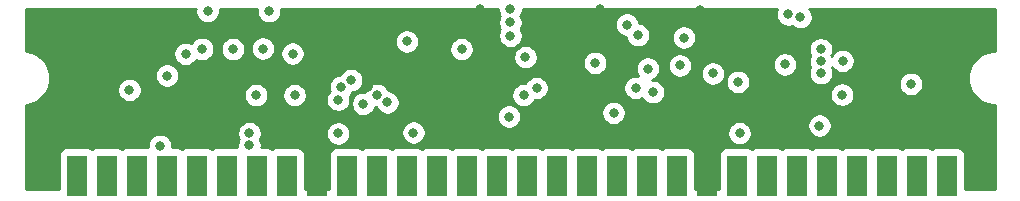
<source format=gbr>
%TF.GenerationSoftware,KiCad,Pcbnew,(5.1.8)-1*%
%TF.CreationDate,2021-01-03T01:53:39+11:00*%
%TF.ProjectId,30pinsimm,33307069-6e73-4696-9d6d-2e6b69636164,rev?*%
%TF.SameCoordinates,Original*%
%TF.FileFunction,Copper,L3,Inr*%
%TF.FilePolarity,Positive*%
%FSLAX46Y46*%
G04 Gerber Fmt 4.6, Leading zero omitted, Abs format (unit mm)*
G04 Created by KiCad (PCBNEW (5.1.8)-1) date 2021-01-03 01:53:39*
%MOMM*%
%LPD*%
G01*
G04 APERTURE LIST*
%TA.AperFunction,ComponentPad*%
%ADD10R,1.780000X3.500000*%
%TD*%
%TA.AperFunction,ViaPad*%
%ADD11C,0.800000*%
%TD*%
%TA.AperFunction,Conductor*%
%ADD12C,0.254000*%
%TD*%
%TA.AperFunction,Conductor*%
%ADD13C,0.100000*%
%TD*%
G04 APERTURE END LIST*
D10*
%TO.N,/WE*%
%TO.C,SIMM1*%
X158115000Y-109477000D03*
%TO.N,/DQ5*%
X155575000Y-109477000D03*
%TO.N,/DP*%
X178435000Y-109477000D03*
%TO.N,/CASP*%
X175895000Y-109477000D03*
%TO.N,/RAS*%
X173355000Y-109477000D03*
%TO.N,/A10*%
X153035000Y-109477000D03*
%TO.N,+5V*%
X180975000Y-109477000D03*
%TO.N,/QP*%
X170815000Y-109477000D03*
%TO.N,/A8*%
X147955000Y-109477000D03*
%TO.N,/DQ7*%
X168275000Y-109477000D03*
%TO.N,GND*%
X160655000Y-109477000D03*
%TO.N,/A9*%
X150495000Y-109477000D03*
%TO.N,/A11*%
X165735000Y-109477000D03*
%TO.N,/DQ6*%
X163195000Y-109477000D03*
%TO.N,/A5*%
X135255000Y-109477000D03*
%TO.N,/A4*%
X132715000Y-109477000D03*
%TO.N,/DQ2*%
X130175000Y-109477000D03*
%TO.N,/DQ4*%
X145415000Y-109477000D03*
%TO.N,/DQ3*%
X137795000Y-109477000D03*
%TO.N,GND*%
X127635000Y-109477000D03*
%TO.N,/A7*%
X142875000Y-109477000D03*
%TO.N,/A6*%
X140335000Y-109477000D03*
%TO.N,/A2*%
X122555000Y-109477000D03*
%TO.N,/A3*%
X125095000Y-109477000D03*
%TO.N,/DQ1*%
X120015000Y-109477000D03*
%TO.N,/A1*%
X117475000Y-109477000D03*
%TO.N,/A0*%
X114935000Y-109477000D03*
%TO.N,/DQ0*%
X112395000Y-109477000D03*
%TO.N,/CAS*%
X109855000Y-109477000D03*
%TO.N,+5V*%
X107315000Y-109477000D03*
%TD*%
D11*
%TO.N,+5V*%
X177927000Y-101727000D03*
X135818400Y-105836100D03*
X152766000Y-104169700D03*
X111760000Y-102235000D03*
X125761400Y-102665000D03*
X133617400Y-103284900D03*
%TO.N,/CASP*%
X167546000Y-95829700D03*
%TO.N,/RAS*%
X170194300Y-105258800D03*
%TO.N,/A10*%
X145139800Y-102666500D03*
X121920000Y-106934000D03*
X163428000Y-105889600D03*
%TO.N,/QP*%
X168585600Y-96076900D03*
%TO.N,/A8*%
X155667600Y-100420400D03*
X158713200Y-97797500D03*
X170307000Y-98787200D03*
X120523000Y-98766500D03*
X139896300Y-98779200D03*
X145288000Y-99454410D03*
%TO.N,/DQ7*%
X156094696Y-102425884D03*
%TO.N,GND*%
X136525000Y-98870700D03*
X160087400Y-95446200D03*
X151638000Y-95377000D03*
X141478000Y-95406200D03*
X111760000Y-99060000D03*
X177927000Y-99695000D03*
X131987700Y-101946600D03*
X127927735Y-99478100D03*
%TO.N,/A9*%
X144018000Y-97649500D03*
X117930000Y-98756700D03*
X153893700Y-96691200D03*
X158371300Y-100148800D03*
%TO.N,/DQ6*%
X154620600Y-102062000D03*
%TO.N,/A5*%
X132713000Y-102636100D03*
%TO.N,/A4*%
X170319400Y-100813400D03*
X130537000Y-101397200D03*
X154819555Y-97592479D03*
X125577701Y-99163018D03*
%TO.N,/DQ2*%
X129703800Y-101978800D03*
%TO.N,/DQ3*%
X129449990Y-105918000D03*
X129441009Y-103060813D03*
%TO.N,/A7*%
X144018000Y-96520000D03*
X170307000Y-99822000D03*
X118393100Y-95551200D03*
X151208100Y-99943200D03*
%TO.N,/A6*%
X172151100Y-99772400D03*
X114952800Y-101014100D03*
X131568700Y-103403300D03*
X144018000Y-95377000D03*
X123605800Y-95551900D03*
X123063000Y-98724390D03*
%TO.N,/A2*%
X163279900Y-101543800D03*
%TO.N,/A3*%
X161165400Y-100834100D03*
%TO.N,/A1*%
X114348600Y-106959700D03*
X172109700Y-102635500D03*
X167269300Y-100060700D03*
X122499300Y-102663000D03*
X146241431Y-102066810D03*
%TO.N,/A0*%
X143905300Y-104491500D03*
X121920000Y-105888600D03*
%TO.N,/CAS*%
X135255300Y-98127200D03*
X116524700Y-99178600D03*
%TD*%
D12*
%TO.N,GND*%
X117358100Y-95449261D02*
X117358100Y-95653139D01*
X117397874Y-95853098D01*
X117475895Y-96041456D01*
X117589163Y-96210974D01*
X117733326Y-96355137D01*
X117902844Y-96468405D01*
X118091202Y-96546426D01*
X118291161Y-96586200D01*
X118495039Y-96586200D01*
X118694998Y-96546426D01*
X118883356Y-96468405D01*
X119052874Y-96355137D01*
X119197037Y-96210974D01*
X119310305Y-96041456D01*
X119388326Y-95853098D01*
X119428100Y-95653139D01*
X119428100Y-95449261D01*
X119413647Y-95376600D01*
X122585392Y-95376600D01*
X122570800Y-95449961D01*
X122570800Y-95653839D01*
X122610574Y-95853798D01*
X122688595Y-96042156D01*
X122801863Y-96211674D01*
X122946026Y-96355837D01*
X123115544Y-96469105D01*
X123303902Y-96547126D01*
X123503861Y-96586900D01*
X123707739Y-96586900D01*
X123907698Y-96547126D01*
X124096056Y-96469105D01*
X124265574Y-96355837D01*
X124409737Y-96211674D01*
X124523005Y-96042156D01*
X124601026Y-95853798D01*
X124640800Y-95653839D01*
X124640800Y-95449961D01*
X124626208Y-95376600D01*
X142983000Y-95376600D01*
X142983000Y-95478939D01*
X143022774Y-95678898D01*
X143100795Y-95867256D01*
X143155080Y-95948500D01*
X143100795Y-96029744D01*
X143022774Y-96218102D01*
X142983000Y-96418061D01*
X142983000Y-96621939D01*
X143022774Y-96821898D01*
X143100795Y-97010256D01*
X143150570Y-97084750D01*
X143100795Y-97159244D01*
X143022774Y-97347602D01*
X142983000Y-97547561D01*
X142983000Y-97751439D01*
X143022774Y-97951398D01*
X143100795Y-98139756D01*
X143214063Y-98309274D01*
X143358226Y-98453437D01*
X143527744Y-98566705D01*
X143716102Y-98644726D01*
X143916061Y-98684500D01*
X144119939Y-98684500D01*
X144319898Y-98644726D01*
X144508256Y-98566705D01*
X144677774Y-98453437D01*
X144821937Y-98309274D01*
X144935205Y-98139756D01*
X145013226Y-97951398D01*
X145053000Y-97751439D01*
X145053000Y-97547561D01*
X145013226Y-97347602D01*
X144935205Y-97159244D01*
X144885430Y-97084750D01*
X144935205Y-97010256D01*
X145013226Y-96821898D01*
X145053000Y-96621939D01*
X145053000Y-96589261D01*
X152858700Y-96589261D01*
X152858700Y-96793139D01*
X152898474Y-96993098D01*
X152976495Y-97181456D01*
X153089763Y-97350974D01*
X153233926Y-97495137D01*
X153403444Y-97608405D01*
X153591802Y-97686426D01*
X153790840Y-97726017D01*
X153824329Y-97894377D01*
X153902350Y-98082735D01*
X154015618Y-98252253D01*
X154159781Y-98396416D01*
X154329299Y-98509684D01*
X154517657Y-98587705D01*
X154717616Y-98627479D01*
X154921494Y-98627479D01*
X155121453Y-98587705D01*
X155309811Y-98509684D01*
X155479329Y-98396416D01*
X155623492Y-98252253D01*
X155736760Y-98082735D01*
X155814781Y-97894377D01*
X155854327Y-97695561D01*
X157678200Y-97695561D01*
X157678200Y-97899439D01*
X157717974Y-98099398D01*
X157795995Y-98287756D01*
X157909263Y-98457274D01*
X158053426Y-98601437D01*
X158222944Y-98714705D01*
X158411302Y-98792726D01*
X158611261Y-98832500D01*
X158815139Y-98832500D01*
X159015098Y-98792726D01*
X159203456Y-98714705D01*
X159247522Y-98685261D01*
X169272000Y-98685261D01*
X169272000Y-98889139D01*
X169311774Y-99089098D01*
X169389795Y-99277456D01*
X169407932Y-99304600D01*
X169389795Y-99331744D01*
X169311774Y-99520102D01*
X169272000Y-99720061D01*
X169272000Y-99923939D01*
X169311774Y-100123898D01*
X169389795Y-100312256D01*
X169400234Y-100327879D01*
X169324174Y-100511502D01*
X169284400Y-100711461D01*
X169284400Y-100915339D01*
X169324174Y-101115298D01*
X169402195Y-101303656D01*
X169515463Y-101473174D01*
X169659626Y-101617337D01*
X169829144Y-101730605D01*
X170017502Y-101808626D01*
X170217461Y-101848400D01*
X170421339Y-101848400D01*
X170621298Y-101808626D01*
X170809656Y-101730605D01*
X170979174Y-101617337D01*
X171123337Y-101473174D01*
X171236605Y-101303656D01*
X171314626Y-101115298D01*
X171354400Y-100915339D01*
X171354400Y-100711461D01*
X171314626Y-100511502D01*
X171236605Y-100323144D01*
X171226166Y-100307521D01*
X171240596Y-100272685D01*
X171347163Y-100432174D01*
X171491326Y-100576337D01*
X171660844Y-100689605D01*
X171849202Y-100767626D01*
X172049161Y-100807400D01*
X172253039Y-100807400D01*
X172452998Y-100767626D01*
X172641356Y-100689605D01*
X172810874Y-100576337D01*
X172955037Y-100432174D01*
X173068305Y-100262656D01*
X173146326Y-100074298D01*
X173186100Y-99874339D01*
X173186100Y-99670461D01*
X173146326Y-99470502D01*
X173068305Y-99282144D01*
X172955037Y-99112626D01*
X172810874Y-98968463D01*
X172641356Y-98855195D01*
X172452998Y-98777174D01*
X172253039Y-98737400D01*
X172049161Y-98737400D01*
X171849202Y-98777174D01*
X171660844Y-98855195D01*
X171491326Y-98968463D01*
X171347163Y-99112626D01*
X171233895Y-99282144D01*
X171217504Y-99321715D01*
X171206068Y-99304600D01*
X171224205Y-99277456D01*
X171302226Y-99089098D01*
X171342000Y-98889139D01*
X171342000Y-98685261D01*
X171302226Y-98485302D01*
X171224205Y-98296944D01*
X171110937Y-98127426D01*
X170966774Y-97983263D01*
X170797256Y-97869995D01*
X170608898Y-97791974D01*
X170408939Y-97752200D01*
X170205061Y-97752200D01*
X170005102Y-97791974D01*
X169816744Y-97869995D01*
X169647226Y-97983263D01*
X169503063Y-98127426D01*
X169389795Y-98296944D01*
X169311774Y-98485302D01*
X169272000Y-98685261D01*
X159247522Y-98685261D01*
X159372974Y-98601437D01*
X159517137Y-98457274D01*
X159630405Y-98287756D01*
X159708426Y-98099398D01*
X159748200Y-97899439D01*
X159748200Y-97695561D01*
X159708426Y-97495602D01*
X159630405Y-97307244D01*
X159517137Y-97137726D01*
X159372974Y-96993563D01*
X159203456Y-96880295D01*
X159015098Y-96802274D01*
X158815139Y-96762500D01*
X158611261Y-96762500D01*
X158411302Y-96802274D01*
X158222944Y-96880295D01*
X158053426Y-96993563D01*
X157909263Y-97137726D01*
X157795995Y-97307244D01*
X157717974Y-97495602D01*
X157678200Y-97695561D01*
X155854327Y-97695561D01*
X155854555Y-97694418D01*
X155854555Y-97490540D01*
X155814781Y-97290581D01*
X155736760Y-97102223D01*
X155623492Y-96932705D01*
X155479329Y-96788542D01*
X155309811Y-96675274D01*
X155121453Y-96597253D01*
X154922415Y-96557662D01*
X154888926Y-96389302D01*
X154810905Y-96200944D01*
X154697637Y-96031426D01*
X154553474Y-95887263D01*
X154383956Y-95773995D01*
X154195598Y-95695974D01*
X153995639Y-95656200D01*
X153791761Y-95656200D01*
X153591802Y-95695974D01*
X153403444Y-95773995D01*
X153233926Y-95887263D01*
X153089763Y-96031426D01*
X152976495Y-96200944D01*
X152898474Y-96389302D01*
X152858700Y-96589261D01*
X145053000Y-96589261D01*
X145053000Y-96418061D01*
X145013226Y-96218102D01*
X144935205Y-96029744D01*
X144880920Y-95948500D01*
X144935205Y-95867256D01*
X145013226Y-95678898D01*
X145053000Y-95478939D01*
X145053000Y-95376600D01*
X166613404Y-95376600D01*
X166550774Y-95527802D01*
X166511000Y-95727761D01*
X166511000Y-95931639D01*
X166550774Y-96131598D01*
X166628795Y-96319956D01*
X166742063Y-96489474D01*
X166886226Y-96633637D01*
X167055744Y-96746905D01*
X167244102Y-96824926D01*
X167444061Y-96864700D01*
X167647939Y-96864700D01*
X167847898Y-96824926D01*
X167863466Y-96818477D01*
X167925826Y-96880837D01*
X168095344Y-96994105D01*
X168283702Y-97072126D01*
X168483661Y-97111900D01*
X168687539Y-97111900D01*
X168887498Y-97072126D01*
X169075856Y-96994105D01*
X169245374Y-96880837D01*
X169389537Y-96736674D01*
X169502805Y-96567156D01*
X169580826Y-96378798D01*
X169620600Y-96178839D01*
X169620600Y-95974961D01*
X169580826Y-95775002D01*
X169502805Y-95586644D01*
X169389537Y-95417126D01*
X169349011Y-95376600D01*
X185039000Y-95376600D01*
X185039000Y-98900220D01*
X184861620Y-98900220D01*
X184413637Y-98989329D01*
X183991646Y-99164123D01*
X183611864Y-99417886D01*
X183288886Y-99740864D01*
X183035123Y-100120646D01*
X182860329Y-100542637D01*
X182771220Y-100990620D01*
X182771220Y-101447380D01*
X182860329Y-101895363D01*
X183035123Y-102317354D01*
X183288886Y-102697136D01*
X183611864Y-103020114D01*
X183991646Y-103273877D01*
X184413637Y-103448671D01*
X184861620Y-103537780D01*
X185039000Y-103537780D01*
X185039000Y-110642800D01*
X182503072Y-110642800D01*
X182503072Y-107727000D01*
X182490812Y-107602518D01*
X182454502Y-107482820D01*
X182395537Y-107372506D01*
X182316185Y-107275815D01*
X182219494Y-107196463D01*
X182109180Y-107137498D01*
X181989482Y-107101188D01*
X181865000Y-107088928D01*
X180085000Y-107088928D01*
X179960518Y-107101188D01*
X179840820Y-107137498D01*
X179730506Y-107196463D01*
X179705000Y-107217395D01*
X179679494Y-107196463D01*
X179569180Y-107137498D01*
X179449482Y-107101188D01*
X179325000Y-107088928D01*
X177545000Y-107088928D01*
X177420518Y-107101188D01*
X177300820Y-107137498D01*
X177190506Y-107196463D01*
X177165000Y-107217395D01*
X177139494Y-107196463D01*
X177029180Y-107137498D01*
X176909482Y-107101188D01*
X176785000Y-107088928D01*
X175005000Y-107088928D01*
X174880518Y-107101188D01*
X174760820Y-107137498D01*
X174650506Y-107196463D01*
X174625000Y-107217395D01*
X174599494Y-107196463D01*
X174489180Y-107137498D01*
X174369482Y-107101188D01*
X174245000Y-107088928D01*
X172465000Y-107088928D01*
X172340518Y-107101188D01*
X172220820Y-107137498D01*
X172110506Y-107196463D01*
X172085000Y-107217395D01*
X172059494Y-107196463D01*
X171949180Y-107137498D01*
X171829482Y-107101188D01*
X171705000Y-107088928D01*
X169925000Y-107088928D01*
X169800518Y-107101188D01*
X169680820Y-107137498D01*
X169570506Y-107196463D01*
X169545000Y-107217395D01*
X169519494Y-107196463D01*
X169409180Y-107137498D01*
X169289482Y-107101188D01*
X169165000Y-107088928D01*
X167385000Y-107088928D01*
X167260518Y-107101188D01*
X167140820Y-107137498D01*
X167030506Y-107196463D01*
X167005000Y-107217395D01*
X166979494Y-107196463D01*
X166869180Y-107137498D01*
X166749482Y-107101188D01*
X166625000Y-107088928D01*
X164845000Y-107088928D01*
X164720518Y-107101188D01*
X164600820Y-107137498D01*
X164490506Y-107196463D01*
X164465000Y-107217395D01*
X164439494Y-107196463D01*
X164329180Y-107137498D01*
X164209482Y-107101188D01*
X164085000Y-107088928D01*
X162305000Y-107088928D01*
X162180518Y-107101188D01*
X162060820Y-107137498D01*
X161950506Y-107196463D01*
X161853815Y-107275815D01*
X161774463Y-107372506D01*
X161715498Y-107482820D01*
X161679188Y-107602518D01*
X161666928Y-107727000D01*
X161666928Y-110642800D01*
X159643072Y-110642800D01*
X159643072Y-107727000D01*
X159630812Y-107602518D01*
X159594502Y-107482820D01*
X159535537Y-107372506D01*
X159456185Y-107275815D01*
X159359494Y-107196463D01*
X159249180Y-107137498D01*
X159129482Y-107101188D01*
X159005000Y-107088928D01*
X157225000Y-107088928D01*
X157100518Y-107101188D01*
X156980820Y-107137498D01*
X156870506Y-107196463D01*
X156845000Y-107217395D01*
X156819494Y-107196463D01*
X156709180Y-107137498D01*
X156589482Y-107101188D01*
X156465000Y-107088928D01*
X154685000Y-107088928D01*
X154560518Y-107101188D01*
X154440820Y-107137498D01*
X154330506Y-107196463D01*
X154305000Y-107217395D01*
X154279494Y-107196463D01*
X154169180Y-107137498D01*
X154049482Y-107101188D01*
X153925000Y-107088928D01*
X152145000Y-107088928D01*
X152020518Y-107101188D01*
X151900820Y-107137498D01*
X151790506Y-107196463D01*
X151765000Y-107217395D01*
X151739494Y-107196463D01*
X151629180Y-107137498D01*
X151509482Y-107101188D01*
X151385000Y-107088928D01*
X149605000Y-107088928D01*
X149480518Y-107101188D01*
X149360820Y-107137498D01*
X149250506Y-107196463D01*
X149225000Y-107217395D01*
X149199494Y-107196463D01*
X149089180Y-107137498D01*
X148969482Y-107101188D01*
X148845000Y-107088928D01*
X147065000Y-107088928D01*
X146940518Y-107101188D01*
X146820820Y-107137498D01*
X146710506Y-107196463D01*
X146685000Y-107217395D01*
X146659494Y-107196463D01*
X146549180Y-107137498D01*
X146429482Y-107101188D01*
X146305000Y-107088928D01*
X144525000Y-107088928D01*
X144400518Y-107101188D01*
X144280820Y-107137498D01*
X144170506Y-107196463D01*
X144145000Y-107217395D01*
X144119494Y-107196463D01*
X144009180Y-107137498D01*
X143889482Y-107101188D01*
X143765000Y-107088928D01*
X141985000Y-107088928D01*
X141860518Y-107101188D01*
X141740820Y-107137498D01*
X141630506Y-107196463D01*
X141605000Y-107217395D01*
X141579494Y-107196463D01*
X141469180Y-107137498D01*
X141349482Y-107101188D01*
X141225000Y-107088928D01*
X139445000Y-107088928D01*
X139320518Y-107101188D01*
X139200820Y-107137498D01*
X139090506Y-107196463D01*
X139065000Y-107217395D01*
X139039494Y-107196463D01*
X138929180Y-107137498D01*
X138809482Y-107101188D01*
X138685000Y-107088928D01*
X136905000Y-107088928D01*
X136780518Y-107101188D01*
X136660820Y-107137498D01*
X136550506Y-107196463D01*
X136525000Y-107217395D01*
X136499494Y-107196463D01*
X136389180Y-107137498D01*
X136269482Y-107101188D01*
X136145000Y-107088928D01*
X134365000Y-107088928D01*
X134240518Y-107101188D01*
X134120820Y-107137498D01*
X134010506Y-107196463D01*
X133985000Y-107217395D01*
X133959494Y-107196463D01*
X133849180Y-107137498D01*
X133729482Y-107101188D01*
X133605000Y-107088928D01*
X131825000Y-107088928D01*
X131700518Y-107101188D01*
X131580820Y-107137498D01*
X131470506Y-107196463D01*
X131445000Y-107217395D01*
X131419494Y-107196463D01*
X131309180Y-107137498D01*
X131189482Y-107101188D01*
X131065000Y-107088928D01*
X129285000Y-107088928D01*
X129160518Y-107101188D01*
X129040820Y-107137498D01*
X128930506Y-107196463D01*
X128833815Y-107275815D01*
X128754463Y-107372506D01*
X128695498Y-107482820D01*
X128659188Y-107602518D01*
X128646928Y-107727000D01*
X128646928Y-110642800D01*
X126623072Y-110642800D01*
X126623072Y-107727000D01*
X126610812Y-107602518D01*
X126574502Y-107482820D01*
X126515537Y-107372506D01*
X126436185Y-107275815D01*
X126339494Y-107196463D01*
X126229180Y-107137498D01*
X126109482Y-107101188D01*
X125985000Y-107088928D01*
X124205000Y-107088928D01*
X124080518Y-107101188D01*
X123960820Y-107137498D01*
X123850506Y-107196463D01*
X123825000Y-107217395D01*
X123799494Y-107196463D01*
X123689180Y-107137498D01*
X123569482Y-107101188D01*
X123445000Y-107088928D01*
X122944460Y-107088928D01*
X122955000Y-107035939D01*
X122955000Y-106832061D01*
X122915226Y-106632102D01*
X122837205Y-106443744D01*
X122815527Y-106411300D01*
X122837205Y-106378856D01*
X122915226Y-106190498D01*
X122955000Y-105990539D01*
X122955000Y-105816061D01*
X128414990Y-105816061D01*
X128414990Y-106019939D01*
X128454764Y-106219898D01*
X128532785Y-106408256D01*
X128646053Y-106577774D01*
X128790216Y-106721937D01*
X128959734Y-106835205D01*
X129148092Y-106913226D01*
X129348051Y-106953000D01*
X129551929Y-106953000D01*
X129751888Y-106913226D01*
X129940246Y-106835205D01*
X130109764Y-106721937D01*
X130253927Y-106577774D01*
X130367195Y-106408256D01*
X130445216Y-106219898D01*
X130484990Y-106019939D01*
X130484990Y-105816061D01*
X130468700Y-105734161D01*
X134783400Y-105734161D01*
X134783400Y-105938039D01*
X134823174Y-106137998D01*
X134901195Y-106326356D01*
X135014463Y-106495874D01*
X135158626Y-106640037D01*
X135328144Y-106753305D01*
X135516502Y-106831326D01*
X135716461Y-106871100D01*
X135920339Y-106871100D01*
X136120298Y-106831326D01*
X136308656Y-106753305D01*
X136478174Y-106640037D01*
X136622337Y-106495874D01*
X136735605Y-106326356D01*
X136813626Y-106137998D01*
X136853400Y-105938039D01*
X136853400Y-105787661D01*
X162393000Y-105787661D01*
X162393000Y-105991539D01*
X162432774Y-106191498D01*
X162510795Y-106379856D01*
X162624063Y-106549374D01*
X162768226Y-106693537D01*
X162937744Y-106806805D01*
X163126102Y-106884826D01*
X163326061Y-106924600D01*
X163529939Y-106924600D01*
X163729898Y-106884826D01*
X163918256Y-106806805D01*
X164087774Y-106693537D01*
X164231937Y-106549374D01*
X164345205Y-106379856D01*
X164423226Y-106191498D01*
X164463000Y-105991539D01*
X164463000Y-105787661D01*
X164423226Y-105587702D01*
X164345205Y-105399344D01*
X164231937Y-105229826D01*
X164158972Y-105156861D01*
X169159300Y-105156861D01*
X169159300Y-105360739D01*
X169199074Y-105560698D01*
X169277095Y-105749056D01*
X169390363Y-105918574D01*
X169534526Y-106062737D01*
X169704044Y-106176005D01*
X169892402Y-106254026D01*
X170092361Y-106293800D01*
X170296239Y-106293800D01*
X170496198Y-106254026D01*
X170684556Y-106176005D01*
X170854074Y-106062737D01*
X170998237Y-105918574D01*
X171111505Y-105749056D01*
X171189526Y-105560698D01*
X171229300Y-105360739D01*
X171229300Y-105156861D01*
X171189526Y-104956902D01*
X171111505Y-104768544D01*
X170998237Y-104599026D01*
X170854074Y-104454863D01*
X170684556Y-104341595D01*
X170496198Y-104263574D01*
X170296239Y-104223800D01*
X170092361Y-104223800D01*
X169892402Y-104263574D01*
X169704044Y-104341595D01*
X169534526Y-104454863D01*
X169390363Y-104599026D01*
X169277095Y-104768544D01*
X169199074Y-104956902D01*
X169159300Y-105156861D01*
X164158972Y-105156861D01*
X164087774Y-105085663D01*
X163918256Y-104972395D01*
X163729898Y-104894374D01*
X163529939Y-104854600D01*
X163326061Y-104854600D01*
X163126102Y-104894374D01*
X162937744Y-104972395D01*
X162768226Y-105085663D01*
X162624063Y-105229826D01*
X162510795Y-105399344D01*
X162432774Y-105587702D01*
X162393000Y-105787661D01*
X136853400Y-105787661D01*
X136853400Y-105734161D01*
X136813626Y-105534202D01*
X136735605Y-105345844D01*
X136622337Y-105176326D01*
X136478174Y-105032163D01*
X136308656Y-104918895D01*
X136120298Y-104840874D01*
X135920339Y-104801100D01*
X135716461Y-104801100D01*
X135516502Y-104840874D01*
X135328144Y-104918895D01*
X135158626Y-105032163D01*
X135014463Y-105176326D01*
X134901195Y-105345844D01*
X134823174Y-105534202D01*
X134783400Y-105734161D01*
X130468700Y-105734161D01*
X130445216Y-105616102D01*
X130367195Y-105427744D01*
X130253927Y-105258226D01*
X130109764Y-105114063D01*
X129940246Y-105000795D01*
X129751888Y-104922774D01*
X129551929Y-104883000D01*
X129348051Y-104883000D01*
X129148092Y-104922774D01*
X128959734Y-105000795D01*
X128790216Y-105114063D01*
X128646053Y-105258226D01*
X128532785Y-105427744D01*
X128454764Y-105616102D01*
X128414990Y-105816061D01*
X122955000Y-105816061D01*
X122955000Y-105786661D01*
X122915226Y-105586702D01*
X122837205Y-105398344D01*
X122723937Y-105228826D01*
X122579774Y-105084663D01*
X122410256Y-104971395D01*
X122221898Y-104893374D01*
X122021939Y-104853600D01*
X121818061Y-104853600D01*
X121618102Y-104893374D01*
X121429744Y-104971395D01*
X121260226Y-105084663D01*
X121116063Y-105228826D01*
X121002795Y-105398344D01*
X120924774Y-105586702D01*
X120885000Y-105786661D01*
X120885000Y-105990539D01*
X120924774Y-106190498D01*
X121002795Y-106378856D01*
X121024473Y-106411300D01*
X121002795Y-106443744D01*
X120924774Y-106632102D01*
X120885000Y-106832061D01*
X120885000Y-107035939D01*
X120895540Y-107088928D01*
X119125000Y-107088928D01*
X119000518Y-107101188D01*
X118880820Y-107137498D01*
X118770506Y-107196463D01*
X118745000Y-107217395D01*
X118719494Y-107196463D01*
X118609180Y-107137498D01*
X118489482Y-107101188D01*
X118365000Y-107088928D01*
X116585000Y-107088928D01*
X116460518Y-107101188D01*
X116340820Y-107137498D01*
X116230506Y-107196463D01*
X116205000Y-107217395D01*
X116179494Y-107196463D01*
X116069180Y-107137498D01*
X115949482Y-107101188D01*
X115825000Y-107088928D01*
X115378172Y-107088928D01*
X115383600Y-107061639D01*
X115383600Y-106857761D01*
X115343826Y-106657802D01*
X115265805Y-106469444D01*
X115152537Y-106299926D01*
X115008374Y-106155763D01*
X114838856Y-106042495D01*
X114650498Y-105964474D01*
X114450539Y-105924700D01*
X114246661Y-105924700D01*
X114046702Y-105964474D01*
X113858344Y-106042495D01*
X113688826Y-106155763D01*
X113544663Y-106299926D01*
X113431395Y-106469444D01*
X113353374Y-106657802D01*
X113313600Y-106857761D01*
X113313600Y-107061639D01*
X113319708Y-107092346D01*
X113285000Y-107088928D01*
X111505000Y-107088928D01*
X111380518Y-107101188D01*
X111260820Y-107137498D01*
X111150506Y-107196463D01*
X111125000Y-107217395D01*
X111099494Y-107196463D01*
X110989180Y-107137498D01*
X110869482Y-107101188D01*
X110745000Y-107088928D01*
X108965000Y-107088928D01*
X108840518Y-107101188D01*
X108720820Y-107137498D01*
X108610506Y-107196463D01*
X108585000Y-107217395D01*
X108559494Y-107196463D01*
X108449180Y-107137498D01*
X108329482Y-107101188D01*
X108205000Y-107088928D01*
X106425000Y-107088928D01*
X106300518Y-107101188D01*
X106180820Y-107137498D01*
X106070506Y-107196463D01*
X105973815Y-107275815D01*
X105894463Y-107372506D01*
X105835498Y-107482820D01*
X105799188Y-107602518D01*
X105786928Y-107727000D01*
X105786928Y-110642800D01*
X102997000Y-110642800D01*
X102997000Y-103519984D01*
X103419363Y-103435971D01*
X103841354Y-103261177D01*
X104221136Y-103007414D01*
X104544114Y-102684436D01*
X104797877Y-102304654D01*
X104868952Y-102133061D01*
X110725000Y-102133061D01*
X110725000Y-102336939D01*
X110764774Y-102536898D01*
X110842795Y-102725256D01*
X110956063Y-102894774D01*
X111100226Y-103038937D01*
X111269744Y-103152205D01*
X111458102Y-103230226D01*
X111658061Y-103270000D01*
X111861939Y-103270000D01*
X112061898Y-103230226D01*
X112250256Y-103152205D01*
X112419774Y-103038937D01*
X112563937Y-102894774D01*
X112677205Y-102725256D01*
X112745217Y-102561061D01*
X121464300Y-102561061D01*
X121464300Y-102764939D01*
X121504074Y-102964898D01*
X121582095Y-103153256D01*
X121695363Y-103322774D01*
X121839526Y-103466937D01*
X122009044Y-103580205D01*
X122197402Y-103658226D01*
X122397361Y-103698000D01*
X122601239Y-103698000D01*
X122801198Y-103658226D01*
X122989556Y-103580205D01*
X123159074Y-103466937D01*
X123303237Y-103322774D01*
X123416505Y-103153256D01*
X123494526Y-102964898D01*
X123534300Y-102764939D01*
X123534300Y-102563061D01*
X124726400Y-102563061D01*
X124726400Y-102766939D01*
X124766174Y-102966898D01*
X124844195Y-103155256D01*
X124957463Y-103324774D01*
X125101626Y-103468937D01*
X125271144Y-103582205D01*
X125459502Y-103660226D01*
X125659461Y-103700000D01*
X125863339Y-103700000D01*
X126063298Y-103660226D01*
X126251656Y-103582205D01*
X126421174Y-103468937D01*
X126565337Y-103324774D01*
X126678605Y-103155256D01*
X126756626Y-102966898D01*
X126758222Y-102958874D01*
X128406009Y-102958874D01*
X128406009Y-103162752D01*
X128445783Y-103362711D01*
X128523804Y-103551069D01*
X128637072Y-103720587D01*
X128781235Y-103864750D01*
X128950753Y-103978018D01*
X129139111Y-104056039D01*
X129339070Y-104095813D01*
X129542948Y-104095813D01*
X129742907Y-104056039D01*
X129931265Y-103978018D01*
X130100783Y-103864750D01*
X130244946Y-103720587D01*
X130358214Y-103551069D01*
X130436235Y-103362711D01*
X130448438Y-103301361D01*
X130533700Y-103301361D01*
X130533700Y-103505239D01*
X130573474Y-103705198D01*
X130651495Y-103893556D01*
X130764763Y-104063074D01*
X130908926Y-104207237D01*
X131078444Y-104320505D01*
X131266802Y-104398526D01*
X131466761Y-104438300D01*
X131670639Y-104438300D01*
X131870598Y-104398526D01*
X131892241Y-104389561D01*
X142870300Y-104389561D01*
X142870300Y-104593439D01*
X142910074Y-104793398D01*
X142988095Y-104981756D01*
X143101363Y-105151274D01*
X143245526Y-105295437D01*
X143415044Y-105408705D01*
X143603402Y-105486726D01*
X143803361Y-105526500D01*
X144007239Y-105526500D01*
X144207198Y-105486726D01*
X144395556Y-105408705D01*
X144565074Y-105295437D01*
X144709237Y-105151274D01*
X144822505Y-104981756D01*
X144900526Y-104793398D01*
X144940300Y-104593439D01*
X144940300Y-104389561D01*
X144900526Y-104189602D01*
X144850058Y-104067761D01*
X151731000Y-104067761D01*
X151731000Y-104271639D01*
X151770774Y-104471598D01*
X151848795Y-104659956D01*
X151962063Y-104829474D01*
X152106226Y-104973637D01*
X152275744Y-105086905D01*
X152464102Y-105164926D01*
X152664061Y-105204700D01*
X152867939Y-105204700D01*
X153067898Y-105164926D01*
X153256256Y-105086905D01*
X153425774Y-104973637D01*
X153569937Y-104829474D01*
X153683205Y-104659956D01*
X153761226Y-104471598D01*
X153801000Y-104271639D01*
X153801000Y-104067761D01*
X153761226Y-103867802D01*
X153683205Y-103679444D01*
X153569937Y-103509926D01*
X153425774Y-103365763D01*
X153256256Y-103252495D01*
X153067898Y-103174474D01*
X152867939Y-103134700D01*
X152664061Y-103134700D01*
X152464102Y-103174474D01*
X152275744Y-103252495D01*
X152106226Y-103365763D01*
X151962063Y-103509926D01*
X151848795Y-103679444D01*
X151770774Y-103867802D01*
X151731000Y-104067761D01*
X144850058Y-104067761D01*
X144822505Y-104001244D01*
X144709237Y-103831726D01*
X144565074Y-103687563D01*
X144395556Y-103574295D01*
X144207198Y-103496274D01*
X144007239Y-103456500D01*
X143803361Y-103456500D01*
X143603402Y-103496274D01*
X143415044Y-103574295D01*
X143245526Y-103687563D01*
X143101363Y-103831726D01*
X142988095Y-104001244D01*
X142910074Y-104189602D01*
X142870300Y-104389561D01*
X131892241Y-104389561D01*
X132058956Y-104320505D01*
X132228474Y-104207237D01*
X132372637Y-104063074D01*
X132485905Y-103893556D01*
X132563926Y-103705198D01*
X132572244Y-103663379D01*
X132611061Y-103671100D01*
X132657093Y-103671100D01*
X132700195Y-103775156D01*
X132813463Y-103944674D01*
X132957626Y-104088837D01*
X133127144Y-104202105D01*
X133315502Y-104280126D01*
X133515461Y-104319900D01*
X133719339Y-104319900D01*
X133919298Y-104280126D01*
X134107656Y-104202105D01*
X134277174Y-104088837D01*
X134421337Y-103944674D01*
X134534605Y-103775156D01*
X134612626Y-103586798D01*
X134652400Y-103386839D01*
X134652400Y-103182961D01*
X134612626Y-102983002D01*
X134534605Y-102794644D01*
X134421337Y-102625126D01*
X134360772Y-102564561D01*
X144104800Y-102564561D01*
X144104800Y-102768439D01*
X144144574Y-102968398D01*
X144222595Y-103156756D01*
X144335863Y-103326274D01*
X144480026Y-103470437D01*
X144649544Y-103583705D01*
X144837902Y-103661726D01*
X145037861Y-103701500D01*
X145241739Y-103701500D01*
X145441698Y-103661726D01*
X145630056Y-103583705D01*
X145799574Y-103470437D01*
X145943737Y-103326274D01*
X146057005Y-103156756D01*
X146084311Y-103090834D01*
X146139492Y-103101810D01*
X146343370Y-103101810D01*
X146543329Y-103062036D01*
X146731687Y-102984015D01*
X146901205Y-102870747D01*
X147045368Y-102726584D01*
X147158636Y-102557066D01*
X147236657Y-102368708D01*
X147276431Y-102168749D01*
X147276431Y-101964871D01*
X147275475Y-101960061D01*
X153585600Y-101960061D01*
X153585600Y-102163939D01*
X153625374Y-102363898D01*
X153703395Y-102552256D01*
X153816663Y-102721774D01*
X153960826Y-102865937D01*
X154130344Y-102979205D01*
X154318702Y-103057226D01*
X154518661Y-103097000D01*
X154722539Y-103097000D01*
X154922498Y-103057226D01*
X155110856Y-102979205D01*
X155186056Y-102928958D01*
X155290759Y-103085658D01*
X155434922Y-103229821D01*
X155604440Y-103343089D01*
X155792798Y-103421110D01*
X155992757Y-103460884D01*
X156196635Y-103460884D01*
X156396594Y-103421110D01*
X156584952Y-103343089D01*
X156754470Y-103229821D01*
X156898633Y-103085658D01*
X157011901Y-102916140D01*
X157089922Y-102727782D01*
X157129696Y-102527823D01*
X157129696Y-102323945D01*
X157089922Y-102123986D01*
X157011901Y-101935628D01*
X156898633Y-101766110D01*
X156754470Y-101621947D01*
X156584952Y-101508679D01*
X156396594Y-101430658D01*
X156196635Y-101390884D01*
X156029230Y-101390884D01*
X156157856Y-101337605D01*
X156327374Y-101224337D01*
X156471537Y-101080174D01*
X156584805Y-100910656D01*
X156662826Y-100722298D01*
X156702600Y-100522339D01*
X156702600Y-100318461D01*
X156662826Y-100118502D01*
X156633152Y-100046861D01*
X157336300Y-100046861D01*
X157336300Y-100250739D01*
X157376074Y-100450698D01*
X157454095Y-100639056D01*
X157567363Y-100808574D01*
X157711526Y-100952737D01*
X157881044Y-101066005D01*
X158069402Y-101144026D01*
X158269361Y-101183800D01*
X158473239Y-101183800D01*
X158673198Y-101144026D01*
X158861556Y-101066005D01*
X159031074Y-100952737D01*
X159175237Y-100808574D01*
X159226294Y-100732161D01*
X160130400Y-100732161D01*
X160130400Y-100936039D01*
X160170174Y-101135998D01*
X160248195Y-101324356D01*
X160361463Y-101493874D01*
X160505626Y-101638037D01*
X160675144Y-101751305D01*
X160863502Y-101829326D01*
X161063461Y-101869100D01*
X161267339Y-101869100D01*
X161467298Y-101829326D01*
X161655656Y-101751305D01*
X161825174Y-101638037D01*
X161969337Y-101493874D01*
X162004090Y-101441861D01*
X162244900Y-101441861D01*
X162244900Y-101645739D01*
X162284674Y-101845698D01*
X162362695Y-102034056D01*
X162475963Y-102203574D01*
X162620126Y-102347737D01*
X162789644Y-102461005D01*
X162978002Y-102539026D01*
X163177961Y-102578800D01*
X163381839Y-102578800D01*
X163581798Y-102539026D01*
X163594991Y-102533561D01*
X171074700Y-102533561D01*
X171074700Y-102737439D01*
X171114474Y-102937398D01*
X171192495Y-103125756D01*
X171305763Y-103295274D01*
X171449926Y-103439437D01*
X171619444Y-103552705D01*
X171807802Y-103630726D01*
X172007761Y-103670500D01*
X172211639Y-103670500D01*
X172411598Y-103630726D01*
X172599956Y-103552705D01*
X172769474Y-103439437D01*
X172913637Y-103295274D01*
X173026905Y-103125756D01*
X173104926Y-102937398D01*
X173144700Y-102737439D01*
X173144700Y-102533561D01*
X173104926Y-102333602D01*
X173026905Y-102145244D01*
X172913637Y-101975726D01*
X172769474Y-101831563D01*
X172599956Y-101718295D01*
X172411598Y-101640274D01*
X172335117Y-101625061D01*
X176892000Y-101625061D01*
X176892000Y-101828939D01*
X176931774Y-102028898D01*
X177009795Y-102217256D01*
X177123063Y-102386774D01*
X177267226Y-102530937D01*
X177436744Y-102644205D01*
X177625102Y-102722226D01*
X177825061Y-102762000D01*
X178028939Y-102762000D01*
X178228898Y-102722226D01*
X178417256Y-102644205D01*
X178586774Y-102530937D01*
X178730937Y-102386774D01*
X178844205Y-102217256D01*
X178922226Y-102028898D01*
X178962000Y-101828939D01*
X178962000Y-101625061D01*
X178922226Y-101425102D01*
X178844205Y-101236744D01*
X178730937Y-101067226D01*
X178586774Y-100923063D01*
X178417256Y-100809795D01*
X178228898Y-100731774D01*
X178028939Y-100692000D01*
X177825061Y-100692000D01*
X177625102Y-100731774D01*
X177436744Y-100809795D01*
X177267226Y-100923063D01*
X177123063Y-101067226D01*
X177009795Y-101236744D01*
X176931774Y-101425102D01*
X176892000Y-101625061D01*
X172335117Y-101625061D01*
X172211639Y-101600500D01*
X172007761Y-101600500D01*
X171807802Y-101640274D01*
X171619444Y-101718295D01*
X171449926Y-101831563D01*
X171305763Y-101975726D01*
X171192495Y-102145244D01*
X171114474Y-102333602D01*
X171074700Y-102533561D01*
X163594991Y-102533561D01*
X163770156Y-102461005D01*
X163939674Y-102347737D01*
X164083837Y-102203574D01*
X164197105Y-102034056D01*
X164275126Y-101845698D01*
X164314900Y-101645739D01*
X164314900Y-101441861D01*
X164275126Y-101241902D01*
X164197105Y-101053544D01*
X164083837Y-100884026D01*
X163939674Y-100739863D01*
X163770156Y-100626595D01*
X163581798Y-100548574D01*
X163381839Y-100508800D01*
X163177961Y-100508800D01*
X162978002Y-100548574D01*
X162789644Y-100626595D01*
X162620126Y-100739863D01*
X162475963Y-100884026D01*
X162362695Y-101053544D01*
X162284674Y-101241902D01*
X162244900Y-101441861D01*
X162004090Y-101441861D01*
X162082605Y-101324356D01*
X162160626Y-101135998D01*
X162200400Y-100936039D01*
X162200400Y-100732161D01*
X162160626Y-100532202D01*
X162082605Y-100343844D01*
X161969337Y-100174326D01*
X161825174Y-100030163D01*
X161718314Y-99958761D01*
X166234300Y-99958761D01*
X166234300Y-100162639D01*
X166274074Y-100362598D01*
X166352095Y-100550956D01*
X166465363Y-100720474D01*
X166609526Y-100864637D01*
X166779044Y-100977905D01*
X166967402Y-101055926D01*
X167167361Y-101095700D01*
X167371239Y-101095700D01*
X167571198Y-101055926D01*
X167759556Y-100977905D01*
X167929074Y-100864637D01*
X168073237Y-100720474D01*
X168186505Y-100550956D01*
X168264526Y-100362598D01*
X168304300Y-100162639D01*
X168304300Y-99958761D01*
X168264526Y-99758802D01*
X168186505Y-99570444D01*
X168073237Y-99400926D01*
X167929074Y-99256763D01*
X167759556Y-99143495D01*
X167571198Y-99065474D01*
X167371239Y-99025700D01*
X167167361Y-99025700D01*
X166967402Y-99065474D01*
X166779044Y-99143495D01*
X166609526Y-99256763D01*
X166465363Y-99400926D01*
X166352095Y-99570444D01*
X166274074Y-99758802D01*
X166234300Y-99958761D01*
X161718314Y-99958761D01*
X161655656Y-99916895D01*
X161467298Y-99838874D01*
X161267339Y-99799100D01*
X161063461Y-99799100D01*
X160863502Y-99838874D01*
X160675144Y-99916895D01*
X160505626Y-100030163D01*
X160361463Y-100174326D01*
X160248195Y-100343844D01*
X160170174Y-100532202D01*
X160130400Y-100732161D01*
X159226294Y-100732161D01*
X159288505Y-100639056D01*
X159366526Y-100450698D01*
X159406300Y-100250739D01*
X159406300Y-100046861D01*
X159366526Y-99846902D01*
X159288505Y-99658544D01*
X159175237Y-99489026D01*
X159031074Y-99344863D01*
X158861556Y-99231595D01*
X158673198Y-99153574D01*
X158473239Y-99113800D01*
X158269361Y-99113800D01*
X158069402Y-99153574D01*
X157881044Y-99231595D01*
X157711526Y-99344863D01*
X157567363Y-99489026D01*
X157454095Y-99658544D01*
X157376074Y-99846902D01*
X157336300Y-100046861D01*
X156633152Y-100046861D01*
X156584805Y-99930144D01*
X156471537Y-99760626D01*
X156327374Y-99616463D01*
X156157856Y-99503195D01*
X155969498Y-99425174D01*
X155769539Y-99385400D01*
X155565661Y-99385400D01*
X155365702Y-99425174D01*
X155177344Y-99503195D01*
X155007826Y-99616463D01*
X154863663Y-99760626D01*
X154750395Y-99930144D01*
X154672374Y-100118502D01*
X154632600Y-100318461D01*
X154632600Y-100522339D01*
X154672374Y-100722298D01*
X154750395Y-100910656D01*
X154844319Y-101051223D01*
X154722539Y-101027000D01*
X154518661Y-101027000D01*
X154318702Y-101066774D01*
X154130344Y-101144795D01*
X153960826Y-101258063D01*
X153816663Y-101402226D01*
X153703395Y-101571744D01*
X153625374Y-101760102D01*
X153585600Y-101960061D01*
X147275475Y-101960061D01*
X147236657Y-101764912D01*
X147158636Y-101576554D01*
X147045368Y-101407036D01*
X146901205Y-101262873D01*
X146731687Y-101149605D01*
X146543329Y-101071584D01*
X146343370Y-101031810D01*
X146139492Y-101031810D01*
X145939533Y-101071584D01*
X145751175Y-101149605D01*
X145581657Y-101262873D01*
X145437494Y-101407036D01*
X145324226Y-101576554D01*
X145296920Y-101642476D01*
X145241739Y-101631500D01*
X145037861Y-101631500D01*
X144837902Y-101671274D01*
X144649544Y-101749295D01*
X144480026Y-101862563D01*
X144335863Y-102006726D01*
X144222595Y-102176244D01*
X144144574Y-102364602D01*
X144104800Y-102564561D01*
X134360772Y-102564561D01*
X134277174Y-102480963D01*
X134107656Y-102367695D01*
X133919298Y-102289674D01*
X133719339Y-102249900D01*
X133673307Y-102249900D01*
X133630205Y-102145844D01*
X133516937Y-101976326D01*
X133372774Y-101832163D01*
X133203256Y-101718895D01*
X133014898Y-101640874D01*
X132814939Y-101601100D01*
X132611061Y-101601100D01*
X132411102Y-101640874D01*
X132222744Y-101718895D01*
X132053226Y-101832163D01*
X131909063Y-101976326D01*
X131795795Y-102145844D01*
X131717774Y-102334202D01*
X131709456Y-102376021D01*
X131670639Y-102368300D01*
X131466761Y-102368300D01*
X131266802Y-102408074D01*
X131078444Y-102486095D01*
X130908926Y-102599363D01*
X130764763Y-102743526D01*
X130651495Y-102913044D01*
X130573474Y-103101402D01*
X130533700Y-103301361D01*
X130448438Y-103301361D01*
X130476009Y-103162752D01*
X130476009Y-102958874D01*
X130436235Y-102758915D01*
X130421930Y-102724381D01*
X130507737Y-102638574D01*
X130621005Y-102469056D01*
X130636271Y-102432200D01*
X130638939Y-102432200D01*
X130838898Y-102392426D01*
X131027256Y-102314405D01*
X131196774Y-102201137D01*
X131340937Y-102056974D01*
X131454205Y-101887456D01*
X131532226Y-101699098D01*
X131572000Y-101499139D01*
X131572000Y-101295261D01*
X131532226Y-101095302D01*
X131454205Y-100906944D01*
X131340937Y-100737426D01*
X131196774Y-100593263D01*
X131027256Y-100479995D01*
X130838898Y-100401974D01*
X130638939Y-100362200D01*
X130435061Y-100362200D01*
X130235102Y-100401974D01*
X130046744Y-100479995D01*
X129877226Y-100593263D01*
X129733063Y-100737426D01*
X129619795Y-100906944D01*
X129604529Y-100943800D01*
X129601861Y-100943800D01*
X129401902Y-100983574D01*
X129213544Y-101061595D01*
X129044026Y-101174863D01*
X128899863Y-101319026D01*
X128786595Y-101488544D01*
X128708574Y-101676902D01*
X128668800Y-101876861D01*
X128668800Y-102080739D01*
X128708574Y-102280698D01*
X128722879Y-102315232D01*
X128637072Y-102401039D01*
X128523804Y-102570557D01*
X128445783Y-102758915D01*
X128406009Y-102958874D01*
X126758222Y-102958874D01*
X126796400Y-102766939D01*
X126796400Y-102563061D01*
X126756626Y-102363102D01*
X126678605Y-102174744D01*
X126565337Y-102005226D01*
X126421174Y-101861063D01*
X126251656Y-101747795D01*
X126063298Y-101669774D01*
X125863339Y-101630000D01*
X125659461Y-101630000D01*
X125459502Y-101669774D01*
X125271144Y-101747795D01*
X125101626Y-101861063D01*
X124957463Y-102005226D01*
X124844195Y-102174744D01*
X124766174Y-102363102D01*
X124726400Y-102563061D01*
X123534300Y-102563061D01*
X123534300Y-102561061D01*
X123494526Y-102361102D01*
X123416505Y-102172744D01*
X123303237Y-102003226D01*
X123159074Y-101859063D01*
X122989556Y-101745795D01*
X122801198Y-101667774D01*
X122601239Y-101628000D01*
X122397361Y-101628000D01*
X122197402Y-101667774D01*
X122009044Y-101745795D01*
X121839526Y-101859063D01*
X121695363Y-102003226D01*
X121582095Y-102172744D01*
X121504074Y-102361102D01*
X121464300Y-102561061D01*
X112745217Y-102561061D01*
X112755226Y-102536898D01*
X112795000Y-102336939D01*
X112795000Y-102133061D01*
X112755226Y-101933102D01*
X112677205Y-101744744D01*
X112563937Y-101575226D01*
X112419774Y-101431063D01*
X112250256Y-101317795D01*
X112061898Y-101239774D01*
X111861939Y-101200000D01*
X111658061Y-101200000D01*
X111458102Y-101239774D01*
X111269744Y-101317795D01*
X111100226Y-101431063D01*
X110956063Y-101575226D01*
X110842795Y-101744744D01*
X110764774Y-101933102D01*
X110725000Y-102133061D01*
X104868952Y-102133061D01*
X104972671Y-101882663D01*
X105061780Y-101434680D01*
X105061780Y-100977920D01*
X105048700Y-100912161D01*
X113917800Y-100912161D01*
X113917800Y-101116039D01*
X113957574Y-101315998D01*
X114035595Y-101504356D01*
X114148863Y-101673874D01*
X114293026Y-101818037D01*
X114462544Y-101931305D01*
X114650902Y-102009326D01*
X114850861Y-102049100D01*
X115054739Y-102049100D01*
X115254698Y-102009326D01*
X115443056Y-101931305D01*
X115612574Y-101818037D01*
X115756737Y-101673874D01*
X115870005Y-101504356D01*
X115948026Y-101315998D01*
X115987800Y-101116039D01*
X115987800Y-100912161D01*
X115948026Y-100712202D01*
X115870005Y-100523844D01*
X115756737Y-100354326D01*
X115612574Y-100210163D01*
X115443056Y-100096895D01*
X115254698Y-100018874D01*
X115054739Y-99979100D01*
X114850861Y-99979100D01*
X114650902Y-100018874D01*
X114462544Y-100096895D01*
X114293026Y-100210163D01*
X114148863Y-100354326D01*
X114035595Y-100523844D01*
X113957574Y-100712202D01*
X113917800Y-100912161D01*
X105048700Y-100912161D01*
X104972671Y-100529937D01*
X104797877Y-100107946D01*
X104544114Y-99728164D01*
X104221136Y-99405186D01*
X103841354Y-99151423D01*
X103660863Y-99076661D01*
X115489700Y-99076661D01*
X115489700Y-99280539D01*
X115529474Y-99480498D01*
X115607495Y-99668856D01*
X115720763Y-99838374D01*
X115864926Y-99982537D01*
X116034444Y-100095805D01*
X116222802Y-100173826D01*
X116422761Y-100213600D01*
X116626639Y-100213600D01*
X116826598Y-100173826D01*
X117014956Y-100095805D01*
X117184474Y-99982537D01*
X117328637Y-99838374D01*
X117438906Y-99673345D01*
X117439744Y-99673905D01*
X117628102Y-99751926D01*
X117828061Y-99791700D01*
X118031939Y-99791700D01*
X118231898Y-99751926D01*
X118420256Y-99673905D01*
X118589774Y-99560637D01*
X118733937Y-99416474D01*
X118847205Y-99246956D01*
X118925226Y-99058598D01*
X118965000Y-98858639D01*
X118965000Y-98664561D01*
X119488000Y-98664561D01*
X119488000Y-98868439D01*
X119527774Y-99068398D01*
X119605795Y-99256756D01*
X119719063Y-99426274D01*
X119863226Y-99570437D01*
X120032744Y-99683705D01*
X120221102Y-99761726D01*
X120421061Y-99801500D01*
X120624939Y-99801500D01*
X120824898Y-99761726D01*
X121013256Y-99683705D01*
X121182774Y-99570437D01*
X121326937Y-99426274D01*
X121440205Y-99256756D01*
X121518226Y-99068398D01*
X121558000Y-98868439D01*
X121558000Y-98664561D01*
X121549624Y-98622451D01*
X122028000Y-98622451D01*
X122028000Y-98826329D01*
X122067774Y-99026288D01*
X122145795Y-99214646D01*
X122259063Y-99384164D01*
X122403226Y-99528327D01*
X122572744Y-99641595D01*
X122761102Y-99719616D01*
X122961061Y-99759390D01*
X123164939Y-99759390D01*
X123364898Y-99719616D01*
X123553256Y-99641595D01*
X123722774Y-99528327D01*
X123866937Y-99384164D01*
X123980205Y-99214646D01*
X124043814Y-99061079D01*
X124542701Y-99061079D01*
X124542701Y-99264957D01*
X124582475Y-99464916D01*
X124660496Y-99653274D01*
X124773764Y-99822792D01*
X124917927Y-99966955D01*
X125087445Y-100080223D01*
X125275803Y-100158244D01*
X125475762Y-100198018D01*
X125679640Y-100198018D01*
X125879599Y-100158244D01*
X126067957Y-100080223D01*
X126237475Y-99966955D01*
X126381638Y-99822792D01*
X126494906Y-99653274D01*
X126572927Y-99464916D01*
X126612701Y-99264957D01*
X126612701Y-99061079D01*
X126572927Y-98861120D01*
X126494906Y-98672762D01*
X126381638Y-98503244D01*
X126237475Y-98359081D01*
X126067957Y-98245813D01*
X125879599Y-98167792D01*
X125679640Y-98128018D01*
X125475762Y-98128018D01*
X125275803Y-98167792D01*
X125087445Y-98245813D01*
X124917927Y-98359081D01*
X124773764Y-98503244D01*
X124660496Y-98672762D01*
X124582475Y-98861120D01*
X124542701Y-99061079D01*
X124043814Y-99061079D01*
X124058226Y-99026288D01*
X124098000Y-98826329D01*
X124098000Y-98622451D01*
X124058226Y-98422492D01*
X123980205Y-98234134D01*
X123866937Y-98064616D01*
X123827582Y-98025261D01*
X134220300Y-98025261D01*
X134220300Y-98229139D01*
X134260074Y-98429098D01*
X134338095Y-98617456D01*
X134451363Y-98786974D01*
X134595526Y-98931137D01*
X134765044Y-99044405D01*
X134953402Y-99122426D01*
X135153361Y-99162200D01*
X135357239Y-99162200D01*
X135557198Y-99122426D01*
X135745556Y-99044405D01*
X135915074Y-98931137D01*
X136059237Y-98786974D01*
X136132544Y-98677261D01*
X138861300Y-98677261D01*
X138861300Y-98881139D01*
X138901074Y-99081098D01*
X138979095Y-99269456D01*
X139092363Y-99438974D01*
X139236526Y-99583137D01*
X139406044Y-99696405D01*
X139594402Y-99774426D01*
X139794361Y-99814200D01*
X139998239Y-99814200D01*
X140198198Y-99774426D01*
X140386556Y-99696405D01*
X140556074Y-99583137D01*
X140700237Y-99438974D01*
X140758036Y-99352471D01*
X144253000Y-99352471D01*
X144253000Y-99556349D01*
X144292774Y-99756308D01*
X144370795Y-99944666D01*
X144484063Y-100114184D01*
X144628226Y-100258347D01*
X144797744Y-100371615D01*
X144986102Y-100449636D01*
X145186061Y-100489410D01*
X145389939Y-100489410D01*
X145589898Y-100449636D01*
X145778256Y-100371615D01*
X145947774Y-100258347D01*
X146091937Y-100114184D01*
X146205205Y-99944666D01*
X146248037Y-99841261D01*
X150173100Y-99841261D01*
X150173100Y-100045139D01*
X150212874Y-100245098D01*
X150290895Y-100433456D01*
X150404163Y-100602974D01*
X150548326Y-100747137D01*
X150717844Y-100860405D01*
X150906202Y-100938426D01*
X151106161Y-100978200D01*
X151310039Y-100978200D01*
X151509998Y-100938426D01*
X151698356Y-100860405D01*
X151867874Y-100747137D01*
X152012037Y-100602974D01*
X152125305Y-100433456D01*
X152203326Y-100245098D01*
X152243100Y-100045139D01*
X152243100Y-99841261D01*
X152203326Y-99641302D01*
X152125305Y-99452944D01*
X152012037Y-99283426D01*
X151867874Y-99139263D01*
X151698356Y-99025995D01*
X151509998Y-98947974D01*
X151310039Y-98908200D01*
X151106161Y-98908200D01*
X150906202Y-98947974D01*
X150717844Y-99025995D01*
X150548326Y-99139263D01*
X150404163Y-99283426D01*
X150290895Y-99452944D01*
X150212874Y-99641302D01*
X150173100Y-99841261D01*
X146248037Y-99841261D01*
X146283226Y-99756308D01*
X146323000Y-99556349D01*
X146323000Y-99352471D01*
X146283226Y-99152512D01*
X146205205Y-98964154D01*
X146091937Y-98794636D01*
X145947774Y-98650473D01*
X145778256Y-98537205D01*
X145589898Y-98459184D01*
X145389939Y-98419410D01*
X145186061Y-98419410D01*
X144986102Y-98459184D01*
X144797744Y-98537205D01*
X144628226Y-98650473D01*
X144484063Y-98794636D01*
X144370795Y-98964154D01*
X144292774Y-99152512D01*
X144253000Y-99352471D01*
X140758036Y-99352471D01*
X140813505Y-99269456D01*
X140891526Y-99081098D01*
X140931300Y-98881139D01*
X140931300Y-98677261D01*
X140891526Y-98477302D01*
X140813505Y-98288944D01*
X140700237Y-98119426D01*
X140556074Y-97975263D01*
X140386556Y-97861995D01*
X140198198Y-97783974D01*
X139998239Y-97744200D01*
X139794361Y-97744200D01*
X139594402Y-97783974D01*
X139406044Y-97861995D01*
X139236526Y-97975263D01*
X139092363Y-98119426D01*
X138979095Y-98288944D01*
X138901074Y-98477302D01*
X138861300Y-98677261D01*
X136132544Y-98677261D01*
X136172505Y-98617456D01*
X136250526Y-98429098D01*
X136290300Y-98229139D01*
X136290300Y-98025261D01*
X136250526Y-97825302D01*
X136172505Y-97636944D01*
X136059237Y-97467426D01*
X135915074Y-97323263D01*
X135745556Y-97209995D01*
X135557198Y-97131974D01*
X135357239Y-97092200D01*
X135153361Y-97092200D01*
X134953402Y-97131974D01*
X134765044Y-97209995D01*
X134595526Y-97323263D01*
X134451363Y-97467426D01*
X134338095Y-97636944D01*
X134260074Y-97825302D01*
X134220300Y-98025261D01*
X123827582Y-98025261D01*
X123722774Y-97920453D01*
X123553256Y-97807185D01*
X123364898Y-97729164D01*
X123164939Y-97689390D01*
X122961061Y-97689390D01*
X122761102Y-97729164D01*
X122572744Y-97807185D01*
X122403226Y-97920453D01*
X122259063Y-98064616D01*
X122145795Y-98234134D01*
X122067774Y-98422492D01*
X122028000Y-98622451D01*
X121549624Y-98622451D01*
X121518226Y-98464602D01*
X121440205Y-98276244D01*
X121326937Y-98106726D01*
X121182774Y-97962563D01*
X121013256Y-97849295D01*
X120824898Y-97771274D01*
X120624939Y-97731500D01*
X120421061Y-97731500D01*
X120221102Y-97771274D01*
X120032744Y-97849295D01*
X119863226Y-97962563D01*
X119719063Y-98106726D01*
X119605795Y-98276244D01*
X119527774Y-98464602D01*
X119488000Y-98664561D01*
X118965000Y-98664561D01*
X118965000Y-98654761D01*
X118925226Y-98454802D01*
X118847205Y-98266444D01*
X118733937Y-98096926D01*
X118589774Y-97952763D01*
X118420256Y-97839495D01*
X118231898Y-97761474D01*
X118031939Y-97721700D01*
X117828061Y-97721700D01*
X117628102Y-97761474D01*
X117439744Y-97839495D01*
X117270226Y-97952763D01*
X117126063Y-98096926D01*
X117015794Y-98261955D01*
X117014956Y-98261395D01*
X116826598Y-98183374D01*
X116626639Y-98143600D01*
X116422761Y-98143600D01*
X116222802Y-98183374D01*
X116034444Y-98261395D01*
X115864926Y-98374663D01*
X115720763Y-98518826D01*
X115607495Y-98688344D01*
X115529474Y-98876702D01*
X115489700Y-99076661D01*
X103660863Y-99076661D01*
X103419363Y-98976629D01*
X102997000Y-98892616D01*
X102997000Y-95376600D01*
X117372553Y-95376600D01*
X117358100Y-95449261D01*
%TA.AperFunction,Conductor*%
D13*
G36*
X117358100Y-95449261D02*
G01*
X117358100Y-95653139D01*
X117397874Y-95853098D01*
X117475895Y-96041456D01*
X117589163Y-96210974D01*
X117733326Y-96355137D01*
X117902844Y-96468405D01*
X118091202Y-96546426D01*
X118291161Y-96586200D01*
X118495039Y-96586200D01*
X118694998Y-96546426D01*
X118883356Y-96468405D01*
X119052874Y-96355137D01*
X119197037Y-96210974D01*
X119310305Y-96041456D01*
X119388326Y-95853098D01*
X119428100Y-95653139D01*
X119428100Y-95449261D01*
X119413647Y-95376600D01*
X122585392Y-95376600D01*
X122570800Y-95449961D01*
X122570800Y-95653839D01*
X122610574Y-95853798D01*
X122688595Y-96042156D01*
X122801863Y-96211674D01*
X122946026Y-96355837D01*
X123115544Y-96469105D01*
X123303902Y-96547126D01*
X123503861Y-96586900D01*
X123707739Y-96586900D01*
X123907698Y-96547126D01*
X124096056Y-96469105D01*
X124265574Y-96355837D01*
X124409737Y-96211674D01*
X124523005Y-96042156D01*
X124601026Y-95853798D01*
X124640800Y-95653839D01*
X124640800Y-95449961D01*
X124626208Y-95376600D01*
X142983000Y-95376600D01*
X142983000Y-95478939D01*
X143022774Y-95678898D01*
X143100795Y-95867256D01*
X143155080Y-95948500D01*
X143100795Y-96029744D01*
X143022774Y-96218102D01*
X142983000Y-96418061D01*
X142983000Y-96621939D01*
X143022774Y-96821898D01*
X143100795Y-97010256D01*
X143150570Y-97084750D01*
X143100795Y-97159244D01*
X143022774Y-97347602D01*
X142983000Y-97547561D01*
X142983000Y-97751439D01*
X143022774Y-97951398D01*
X143100795Y-98139756D01*
X143214063Y-98309274D01*
X143358226Y-98453437D01*
X143527744Y-98566705D01*
X143716102Y-98644726D01*
X143916061Y-98684500D01*
X144119939Y-98684500D01*
X144319898Y-98644726D01*
X144508256Y-98566705D01*
X144677774Y-98453437D01*
X144821937Y-98309274D01*
X144935205Y-98139756D01*
X145013226Y-97951398D01*
X145053000Y-97751439D01*
X145053000Y-97547561D01*
X145013226Y-97347602D01*
X144935205Y-97159244D01*
X144885430Y-97084750D01*
X144935205Y-97010256D01*
X145013226Y-96821898D01*
X145053000Y-96621939D01*
X145053000Y-96589261D01*
X152858700Y-96589261D01*
X152858700Y-96793139D01*
X152898474Y-96993098D01*
X152976495Y-97181456D01*
X153089763Y-97350974D01*
X153233926Y-97495137D01*
X153403444Y-97608405D01*
X153591802Y-97686426D01*
X153790840Y-97726017D01*
X153824329Y-97894377D01*
X153902350Y-98082735D01*
X154015618Y-98252253D01*
X154159781Y-98396416D01*
X154329299Y-98509684D01*
X154517657Y-98587705D01*
X154717616Y-98627479D01*
X154921494Y-98627479D01*
X155121453Y-98587705D01*
X155309811Y-98509684D01*
X155479329Y-98396416D01*
X155623492Y-98252253D01*
X155736760Y-98082735D01*
X155814781Y-97894377D01*
X155854327Y-97695561D01*
X157678200Y-97695561D01*
X157678200Y-97899439D01*
X157717974Y-98099398D01*
X157795995Y-98287756D01*
X157909263Y-98457274D01*
X158053426Y-98601437D01*
X158222944Y-98714705D01*
X158411302Y-98792726D01*
X158611261Y-98832500D01*
X158815139Y-98832500D01*
X159015098Y-98792726D01*
X159203456Y-98714705D01*
X159247522Y-98685261D01*
X169272000Y-98685261D01*
X169272000Y-98889139D01*
X169311774Y-99089098D01*
X169389795Y-99277456D01*
X169407932Y-99304600D01*
X169389795Y-99331744D01*
X169311774Y-99520102D01*
X169272000Y-99720061D01*
X169272000Y-99923939D01*
X169311774Y-100123898D01*
X169389795Y-100312256D01*
X169400234Y-100327879D01*
X169324174Y-100511502D01*
X169284400Y-100711461D01*
X169284400Y-100915339D01*
X169324174Y-101115298D01*
X169402195Y-101303656D01*
X169515463Y-101473174D01*
X169659626Y-101617337D01*
X169829144Y-101730605D01*
X170017502Y-101808626D01*
X170217461Y-101848400D01*
X170421339Y-101848400D01*
X170621298Y-101808626D01*
X170809656Y-101730605D01*
X170979174Y-101617337D01*
X171123337Y-101473174D01*
X171236605Y-101303656D01*
X171314626Y-101115298D01*
X171354400Y-100915339D01*
X171354400Y-100711461D01*
X171314626Y-100511502D01*
X171236605Y-100323144D01*
X171226166Y-100307521D01*
X171240596Y-100272685D01*
X171347163Y-100432174D01*
X171491326Y-100576337D01*
X171660844Y-100689605D01*
X171849202Y-100767626D01*
X172049161Y-100807400D01*
X172253039Y-100807400D01*
X172452998Y-100767626D01*
X172641356Y-100689605D01*
X172810874Y-100576337D01*
X172955037Y-100432174D01*
X173068305Y-100262656D01*
X173146326Y-100074298D01*
X173186100Y-99874339D01*
X173186100Y-99670461D01*
X173146326Y-99470502D01*
X173068305Y-99282144D01*
X172955037Y-99112626D01*
X172810874Y-98968463D01*
X172641356Y-98855195D01*
X172452998Y-98777174D01*
X172253039Y-98737400D01*
X172049161Y-98737400D01*
X171849202Y-98777174D01*
X171660844Y-98855195D01*
X171491326Y-98968463D01*
X171347163Y-99112626D01*
X171233895Y-99282144D01*
X171217504Y-99321715D01*
X171206068Y-99304600D01*
X171224205Y-99277456D01*
X171302226Y-99089098D01*
X171342000Y-98889139D01*
X171342000Y-98685261D01*
X171302226Y-98485302D01*
X171224205Y-98296944D01*
X171110937Y-98127426D01*
X170966774Y-97983263D01*
X170797256Y-97869995D01*
X170608898Y-97791974D01*
X170408939Y-97752200D01*
X170205061Y-97752200D01*
X170005102Y-97791974D01*
X169816744Y-97869995D01*
X169647226Y-97983263D01*
X169503063Y-98127426D01*
X169389795Y-98296944D01*
X169311774Y-98485302D01*
X169272000Y-98685261D01*
X159247522Y-98685261D01*
X159372974Y-98601437D01*
X159517137Y-98457274D01*
X159630405Y-98287756D01*
X159708426Y-98099398D01*
X159748200Y-97899439D01*
X159748200Y-97695561D01*
X159708426Y-97495602D01*
X159630405Y-97307244D01*
X159517137Y-97137726D01*
X159372974Y-96993563D01*
X159203456Y-96880295D01*
X159015098Y-96802274D01*
X158815139Y-96762500D01*
X158611261Y-96762500D01*
X158411302Y-96802274D01*
X158222944Y-96880295D01*
X158053426Y-96993563D01*
X157909263Y-97137726D01*
X157795995Y-97307244D01*
X157717974Y-97495602D01*
X157678200Y-97695561D01*
X155854327Y-97695561D01*
X155854555Y-97694418D01*
X155854555Y-97490540D01*
X155814781Y-97290581D01*
X155736760Y-97102223D01*
X155623492Y-96932705D01*
X155479329Y-96788542D01*
X155309811Y-96675274D01*
X155121453Y-96597253D01*
X154922415Y-96557662D01*
X154888926Y-96389302D01*
X154810905Y-96200944D01*
X154697637Y-96031426D01*
X154553474Y-95887263D01*
X154383956Y-95773995D01*
X154195598Y-95695974D01*
X153995639Y-95656200D01*
X153791761Y-95656200D01*
X153591802Y-95695974D01*
X153403444Y-95773995D01*
X153233926Y-95887263D01*
X153089763Y-96031426D01*
X152976495Y-96200944D01*
X152898474Y-96389302D01*
X152858700Y-96589261D01*
X145053000Y-96589261D01*
X145053000Y-96418061D01*
X145013226Y-96218102D01*
X144935205Y-96029744D01*
X144880920Y-95948500D01*
X144935205Y-95867256D01*
X145013226Y-95678898D01*
X145053000Y-95478939D01*
X145053000Y-95376600D01*
X166613404Y-95376600D01*
X166550774Y-95527802D01*
X166511000Y-95727761D01*
X166511000Y-95931639D01*
X166550774Y-96131598D01*
X166628795Y-96319956D01*
X166742063Y-96489474D01*
X166886226Y-96633637D01*
X167055744Y-96746905D01*
X167244102Y-96824926D01*
X167444061Y-96864700D01*
X167647939Y-96864700D01*
X167847898Y-96824926D01*
X167863466Y-96818477D01*
X167925826Y-96880837D01*
X168095344Y-96994105D01*
X168283702Y-97072126D01*
X168483661Y-97111900D01*
X168687539Y-97111900D01*
X168887498Y-97072126D01*
X169075856Y-96994105D01*
X169245374Y-96880837D01*
X169389537Y-96736674D01*
X169502805Y-96567156D01*
X169580826Y-96378798D01*
X169620600Y-96178839D01*
X169620600Y-95974961D01*
X169580826Y-95775002D01*
X169502805Y-95586644D01*
X169389537Y-95417126D01*
X169349011Y-95376600D01*
X185039000Y-95376600D01*
X185039000Y-98900220D01*
X184861620Y-98900220D01*
X184413637Y-98989329D01*
X183991646Y-99164123D01*
X183611864Y-99417886D01*
X183288886Y-99740864D01*
X183035123Y-100120646D01*
X182860329Y-100542637D01*
X182771220Y-100990620D01*
X182771220Y-101447380D01*
X182860329Y-101895363D01*
X183035123Y-102317354D01*
X183288886Y-102697136D01*
X183611864Y-103020114D01*
X183991646Y-103273877D01*
X184413637Y-103448671D01*
X184861620Y-103537780D01*
X185039000Y-103537780D01*
X185039000Y-110642800D01*
X182503072Y-110642800D01*
X182503072Y-107727000D01*
X182490812Y-107602518D01*
X182454502Y-107482820D01*
X182395537Y-107372506D01*
X182316185Y-107275815D01*
X182219494Y-107196463D01*
X182109180Y-107137498D01*
X181989482Y-107101188D01*
X181865000Y-107088928D01*
X180085000Y-107088928D01*
X179960518Y-107101188D01*
X179840820Y-107137498D01*
X179730506Y-107196463D01*
X179705000Y-107217395D01*
X179679494Y-107196463D01*
X179569180Y-107137498D01*
X179449482Y-107101188D01*
X179325000Y-107088928D01*
X177545000Y-107088928D01*
X177420518Y-107101188D01*
X177300820Y-107137498D01*
X177190506Y-107196463D01*
X177165000Y-107217395D01*
X177139494Y-107196463D01*
X177029180Y-107137498D01*
X176909482Y-107101188D01*
X176785000Y-107088928D01*
X175005000Y-107088928D01*
X174880518Y-107101188D01*
X174760820Y-107137498D01*
X174650506Y-107196463D01*
X174625000Y-107217395D01*
X174599494Y-107196463D01*
X174489180Y-107137498D01*
X174369482Y-107101188D01*
X174245000Y-107088928D01*
X172465000Y-107088928D01*
X172340518Y-107101188D01*
X172220820Y-107137498D01*
X172110506Y-107196463D01*
X172085000Y-107217395D01*
X172059494Y-107196463D01*
X171949180Y-107137498D01*
X171829482Y-107101188D01*
X171705000Y-107088928D01*
X169925000Y-107088928D01*
X169800518Y-107101188D01*
X169680820Y-107137498D01*
X169570506Y-107196463D01*
X169545000Y-107217395D01*
X169519494Y-107196463D01*
X169409180Y-107137498D01*
X169289482Y-107101188D01*
X169165000Y-107088928D01*
X167385000Y-107088928D01*
X167260518Y-107101188D01*
X167140820Y-107137498D01*
X167030506Y-107196463D01*
X167005000Y-107217395D01*
X166979494Y-107196463D01*
X166869180Y-107137498D01*
X166749482Y-107101188D01*
X166625000Y-107088928D01*
X164845000Y-107088928D01*
X164720518Y-107101188D01*
X164600820Y-107137498D01*
X164490506Y-107196463D01*
X164465000Y-107217395D01*
X164439494Y-107196463D01*
X164329180Y-107137498D01*
X164209482Y-107101188D01*
X164085000Y-107088928D01*
X162305000Y-107088928D01*
X162180518Y-107101188D01*
X162060820Y-107137498D01*
X161950506Y-107196463D01*
X161853815Y-107275815D01*
X161774463Y-107372506D01*
X161715498Y-107482820D01*
X161679188Y-107602518D01*
X161666928Y-107727000D01*
X161666928Y-110642800D01*
X159643072Y-110642800D01*
X159643072Y-107727000D01*
X159630812Y-107602518D01*
X159594502Y-107482820D01*
X159535537Y-107372506D01*
X159456185Y-107275815D01*
X159359494Y-107196463D01*
X159249180Y-107137498D01*
X159129482Y-107101188D01*
X159005000Y-107088928D01*
X157225000Y-107088928D01*
X157100518Y-107101188D01*
X156980820Y-107137498D01*
X156870506Y-107196463D01*
X156845000Y-107217395D01*
X156819494Y-107196463D01*
X156709180Y-107137498D01*
X156589482Y-107101188D01*
X156465000Y-107088928D01*
X154685000Y-107088928D01*
X154560518Y-107101188D01*
X154440820Y-107137498D01*
X154330506Y-107196463D01*
X154305000Y-107217395D01*
X154279494Y-107196463D01*
X154169180Y-107137498D01*
X154049482Y-107101188D01*
X153925000Y-107088928D01*
X152145000Y-107088928D01*
X152020518Y-107101188D01*
X151900820Y-107137498D01*
X151790506Y-107196463D01*
X151765000Y-107217395D01*
X151739494Y-107196463D01*
X151629180Y-107137498D01*
X151509482Y-107101188D01*
X151385000Y-107088928D01*
X149605000Y-107088928D01*
X149480518Y-107101188D01*
X149360820Y-107137498D01*
X149250506Y-107196463D01*
X149225000Y-107217395D01*
X149199494Y-107196463D01*
X149089180Y-107137498D01*
X148969482Y-107101188D01*
X148845000Y-107088928D01*
X147065000Y-107088928D01*
X146940518Y-107101188D01*
X146820820Y-107137498D01*
X146710506Y-107196463D01*
X146685000Y-107217395D01*
X146659494Y-107196463D01*
X146549180Y-107137498D01*
X146429482Y-107101188D01*
X146305000Y-107088928D01*
X144525000Y-107088928D01*
X144400518Y-107101188D01*
X144280820Y-107137498D01*
X144170506Y-107196463D01*
X144145000Y-107217395D01*
X144119494Y-107196463D01*
X144009180Y-107137498D01*
X143889482Y-107101188D01*
X143765000Y-107088928D01*
X141985000Y-107088928D01*
X141860518Y-107101188D01*
X141740820Y-107137498D01*
X141630506Y-107196463D01*
X141605000Y-107217395D01*
X141579494Y-107196463D01*
X141469180Y-107137498D01*
X141349482Y-107101188D01*
X141225000Y-107088928D01*
X139445000Y-107088928D01*
X139320518Y-107101188D01*
X139200820Y-107137498D01*
X139090506Y-107196463D01*
X139065000Y-107217395D01*
X139039494Y-107196463D01*
X138929180Y-107137498D01*
X138809482Y-107101188D01*
X138685000Y-107088928D01*
X136905000Y-107088928D01*
X136780518Y-107101188D01*
X136660820Y-107137498D01*
X136550506Y-107196463D01*
X136525000Y-107217395D01*
X136499494Y-107196463D01*
X136389180Y-107137498D01*
X136269482Y-107101188D01*
X136145000Y-107088928D01*
X134365000Y-107088928D01*
X134240518Y-107101188D01*
X134120820Y-107137498D01*
X134010506Y-107196463D01*
X133985000Y-107217395D01*
X133959494Y-107196463D01*
X133849180Y-107137498D01*
X133729482Y-107101188D01*
X133605000Y-107088928D01*
X131825000Y-107088928D01*
X131700518Y-107101188D01*
X131580820Y-107137498D01*
X131470506Y-107196463D01*
X131445000Y-107217395D01*
X131419494Y-107196463D01*
X131309180Y-107137498D01*
X131189482Y-107101188D01*
X131065000Y-107088928D01*
X129285000Y-107088928D01*
X129160518Y-107101188D01*
X129040820Y-107137498D01*
X128930506Y-107196463D01*
X128833815Y-107275815D01*
X128754463Y-107372506D01*
X128695498Y-107482820D01*
X128659188Y-107602518D01*
X128646928Y-107727000D01*
X128646928Y-110642800D01*
X126623072Y-110642800D01*
X126623072Y-107727000D01*
X126610812Y-107602518D01*
X126574502Y-107482820D01*
X126515537Y-107372506D01*
X126436185Y-107275815D01*
X126339494Y-107196463D01*
X126229180Y-107137498D01*
X126109482Y-107101188D01*
X125985000Y-107088928D01*
X124205000Y-107088928D01*
X124080518Y-107101188D01*
X123960820Y-107137498D01*
X123850506Y-107196463D01*
X123825000Y-107217395D01*
X123799494Y-107196463D01*
X123689180Y-107137498D01*
X123569482Y-107101188D01*
X123445000Y-107088928D01*
X122944460Y-107088928D01*
X122955000Y-107035939D01*
X122955000Y-106832061D01*
X122915226Y-106632102D01*
X122837205Y-106443744D01*
X122815527Y-106411300D01*
X122837205Y-106378856D01*
X122915226Y-106190498D01*
X122955000Y-105990539D01*
X122955000Y-105816061D01*
X128414990Y-105816061D01*
X128414990Y-106019939D01*
X128454764Y-106219898D01*
X128532785Y-106408256D01*
X128646053Y-106577774D01*
X128790216Y-106721937D01*
X128959734Y-106835205D01*
X129148092Y-106913226D01*
X129348051Y-106953000D01*
X129551929Y-106953000D01*
X129751888Y-106913226D01*
X129940246Y-106835205D01*
X130109764Y-106721937D01*
X130253927Y-106577774D01*
X130367195Y-106408256D01*
X130445216Y-106219898D01*
X130484990Y-106019939D01*
X130484990Y-105816061D01*
X130468700Y-105734161D01*
X134783400Y-105734161D01*
X134783400Y-105938039D01*
X134823174Y-106137998D01*
X134901195Y-106326356D01*
X135014463Y-106495874D01*
X135158626Y-106640037D01*
X135328144Y-106753305D01*
X135516502Y-106831326D01*
X135716461Y-106871100D01*
X135920339Y-106871100D01*
X136120298Y-106831326D01*
X136308656Y-106753305D01*
X136478174Y-106640037D01*
X136622337Y-106495874D01*
X136735605Y-106326356D01*
X136813626Y-106137998D01*
X136853400Y-105938039D01*
X136853400Y-105787661D01*
X162393000Y-105787661D01*
X162393000Y-105991539D01*
X162432774Y-106191498D01*
X162510795Y-106379856D01*
X162624063Y-106549374D01*
X162768226Y-106693537D01*
X162937744Y-106806805D01*
X163126102Y-106884826D01*
X163326061Y-106924600D01*
X163529939Y-106924600D01*
X163729898Y-106884826D01*
X163918256Y-106806805D01*
X164087774Y-106693537D01*
X164231937Y-106549374D01*
X164345205Y-106379856D01*
X164423226Y-106191498D01*
X164463000Y-105991539D01*
X164463000Y-105787661D01*
X164423226Y-105587702D01*
X164345205Y-105399344D01*
X164231937Y-105229826D01*
X164158972Y-105156861D01*
X169159300Y-105156861D01*
X169159300Y-105360739D01*
X169199074Y-105560698D01*
X169277095Y-105749056D01*
X169390363Y-105918574D01*
X169534526Y-106062737D01*
X169704044Y-106176005D01*
X169892402Y-106254026D01*
X170092361Y-106293800D01*
X170296239Y-106293800D01*
X170496198Y-106254026D01*
X170684556Y-106176005D01*
X170854074Y-106062737D01*
X170998237Y-105918574D01*
X171111505Y-105749056D01*
X171189526Y-105560698D01*
X171229300Y-105360739D01*
X171229300Y-105156861D01*
X171189526Y-104956902D01*
X171111505Y-104768544D01*
X170998237Y-104599026D01*
X170854074Y-104454863D01*
X170684556Y-104341595D01*
X170496198Y-104263574D01*
X170296239Y-104223800D01*
X170092361Y-104223800D01*
X169892402Y-104263574D01*
X169704044Y-104341595D01*
X169534526Y-104454863D01*
X169390363Y-104599026D01*
X169277095Y-104768544D01*
X169199074Y-104956902D01*
X169159300Y-105156861D01*
X164158972Y-105156861D01*
X164087774Y-105085663D01*
X163918256Y-104972395D01*
X163729898Y-104894374D01*
X163529939Y-104854600D01*
X163326061Y-104854600D01*
X163126102Y-104894374D01*
X162937744Y-104972395D01*
X162768226Y-105085663D01*
X162624063Y-105229826D01*
X162510795Y-105399344D01*
X162432774Y-105587702D01*
X162393000Y-105787661D01*
X136853400Y-105787661D01*
X136853400Y-105734161D01*
X136813626Y-105534202D01*
X136735605Y-105345844D01*
X136622337Y-105176326D01*
X136478174Y-105032163D01*
X136308656Y-104918895D01*
X136120298Y-104840874D01*
X135920339Y-104801100D01*
X135716461Y-104801100D01*
X135516502Y-104840874D01*
X135328144Y-104918895D01*
X135158626Y-105032163D01*
X135014463Y-105176326D01*
X134901195Y-105345844D01*
X134823174Y-105534202D01*
X134783400Y-105734161D01*
X130468700Y-105734161D01*
X130445216Y-105616102D01*
X130367195Y-105427744D01*
X130253927Y-105258226D01*
X130109764Y-105114063D01*
X129940246Y-105000795D01*
X129751888Y-104922774D01*
X129551929Y-104883000D01*
X129348051Y-104883000D01*
X129148092Y-104922774D01*
X128959734Y-105000795D01*
X128790216Y-105114063D01*
X128646053Y-105258226D01*
X128532785Y-105427744D01*
X128454764Y-105616102D01*
X128414990Y-105816061D01*
X122955000Y-105816061D01*
X122955000Y-105786661D01*
X122915226Y-105586702D01*
X122837205Y-105398344D01*
X122723937Y-105228826D01*
X122579774Y-105084663D01*
X122410256Y-104971395D01*
X122221898Y-104893374D01*
X122021939Y-104853600D01*
X121818061Y-104853600D01*
X121618102Y-104893374D01*
X121429744Y-104971395D01*
X121260226Y-105084663D01*
X121116063Y-105228826D01*
X121002795Y-105398344D01*
X120924774Y-105586702D01*
X120885000Y-105786661D01*
X120885000Y-105990539D01*
X120924774Y-106190498D01*
X121002795Y-106378856D01*
X121024473Y-106411300D01*
X121002795Y-106443744D01*
X120924774Y-106632102D01*
X120885000Y-106832061D01*
X120885000Y-107035939D01*
X120895540Y-107088928D01*
X119125000Y-107088928D01*
X119000518Y-107101188D01*
X118880820Y-107137498D01*
X118770506Y-107196463D01*
X118745000Y-107217395D01*
X118719494Y-107196463D01*
X118609180Y-107137498D01*
X118489482Y-107101188D01*
X118365000Y-107088928D01*
X116585000Y-107088928D01*
X116460518Y-107101188D01*
X116340820Y-107137498D01*
X116230506Y-107196463D01*
X116205000Y-107217395D01*
X116179494Y-107196463D01*
X116069180Y-107137498D01*
X115949482Y-107101188D01*
X115825000Y-107088928D01*
X115378172Y-107088928D01*
X115383600Y-107061639D01*
X115383600Y-106857761D01*
X115343826Y-106657802D01*
X115265805Y-106469444D01*
X115152537Y-106299926D01*
X115008374Y-106155763D01*
X114838856Y-106042495D01*
X114650498Y-105964474D01*
X114450539Y-105924700D01*
X114246661Y-105924700D01*
X114046702Y-105964474D01*
X113858344Y-106042495D01*
X113688826Y-106155763D01*
X113544663Y-106299926D01*
X113431395Y-106469444D01*
X113353374Y-106657802D01*
X113313600Y-106857761D01*
X113313600Y-107061639D01*
X113319708Y-107092346D01*
X113285000Y-107088928D01*
X111505000Y-107088928D01*
X111380518Y-107101188D01*
X111260820Y-107137498D01*
X111150506Y-107196463D01*
X111125000Y-107217395D01*
X111099494Y-107196463D01*
X110989180Y-107137498D01*
X110869482Y-107101188D01*
X110745000Y-107088928D01*
X108965000Y-107088928D01*
X108840518Y-107101188D01*
X108720820Y-107137498D01*
X108610506Y-107196463D01*
X108585000Y-107217395D01*
X108559494Y-107196463D01*
X108449180Y-107137498D01*
X108329482Y-107101188D01*
X108205000Y-107088928D01*
X106425000Y-107088928D01*
X106300518Y-107101188D01*
X106180820Y-107137498D01*
X106070506Y-107196463D01*
X105973815Y-107275815D01*
X105894463Y-107372506D01*
X105835498Y-107482820D01*
X105799188Y-107602518D01*
X105786928Y-107727000D01*
X105786928Y-110642800D01*
X102997000Y-110642800D01*
X102997000Y-103519984D01*
X103419363Y-103435971D01*
X103841354Y-103261177D01*
X104221136Y-103007414D01*
X104544114Y-102684436D01*
X104797877Y-102304654D01*
X104868952Y-102133061D01*
X110725000Y-102133061D01*
X110725000Y-102336939D01*
X110764774Y-102536898D01*
X110842795Y-102725256D01*
X110956063Y-102894774D01*
X111100226Y-103038937D01*
X111269744Y-103152205D01*
X111458102Y-103230226D01*
X111658061Y-103270000D01*
X111861939Y-103270000D01*
X112061898Y-103230226D01*
X112250256Y-103152205D01*
X112419774Y-103038937D01*
X112563937Y-102894774D01*
X112677205Y-102725256D01*
X112745217Y-102561061D01*
X121464300Y-102561061D01*
X121464300Y-102764939D01*
X121504074Y-102964898D01*
X121582095Y-103153256D01*
X121695363Y-103322774D01*
X121839526Y-103466937D01*
X122009044Y-103580205D01*
X122197402Y-103658226D01*
X122397361Y-103698000D01*
X122601239Y-103698000D01*
X122801198Y-103658226D01*
X122989556Y-103580205D01*
X123159074Y-103466937D01*
X123303237Y-103322774D01*
X123416505Y-103153256D01*
X123494526Y-102964898D01*
X123534300Y-102764939D01*
X123534300Y-102563061D01*
X124726400Y-102563061D01*
X124726400Y-102766939D01*
X124766174Y-102966898D01*
X124844195Y-103155256D01*
X124957463Y-103324774D01*
X125101626Y-103468937D01*
X125271144Y-103582205D01*
X125459502Y-103660226D01*
X125659461Y-103700000D01*
X125863339Y-103700000D01*
X126063298Y-103660226D01*
X126251656Y-103582205D01*
X126421174Y-103468937D01*
X126565337Y-103324774D01*
X126678605Y-103155256D01*
X126756626Y-102966898D01*
X126758222Y-102958874D01*
X128406009Y-102958874D01*
X128406009Y-103162752D01*
X128445783Y-103362711D01*
X128523804Y-103551069D01*
X128637072Y-103720587D01*
X128781235Y-103864750D01*
X128950753Y-103978018D01*
X129139111Y-104056039D01*
X129339070Y-104095813D01*
X129542948Y-104095813D01*
X129742907Y-104056039D01*
X129931265Y-103978018D01*
X130100783Y-103864750D01*
X130244946Y-103720587D01*
X130358214Y-103551069D01*
X130436235Y-103362711D01*
X130448438Y-103301361D01*
X130533700Y-103301361D01*
X130533700Y-103505239D01*
X130573474Y-103705198D01*
X130651495Y-103893556D01*
X130764763Y-104063074D01*
X130908926Y-104207237D01*
X131078444Y-104320505D01*
X131266802Y-104398526D01*
X131466761Y-104438300D01*
X131670639Y-104438300D01*
X131870598Y-104398526D01*
X131892241Y-104389561D01*
X142870300Y-104389561D01*
X142870300Y-104593439D01*
X142910074Y-104793398D01*
X142988095Y-104981756D01*
X143101363Y-105151274D01*
X143245526Y-105295437D01*
X143415044Y-105408705D01*
X143603402Y-105486726D01*
X143803361Y-105526500D01*
X144007239Y-105526500D01*
X144207198Y-105486726D01*
X144395556Y-105408705D01*
X144565074Y-105295437D01*
X144709237Y-105151274D01*
X144822505Y-104981756D01*
X144900526Y-104793398D01*
X144940300Y-104593439D01*
X144940300Y-104389561D01*
X144900526Y-104189602D01*
X144850058Y-104067761D01*
X151731000Y-104067761D01*
X151731000Y-104271639D01*
X151770774Y-104471598D01*
X151848795Y-104659956D01*
X151962063Y-104829474D01*
X152106226Y-104973637D01*
X152275744Y-105086905D01*
X152464102Y-105164926D01*
X152664061Y-105204700D01*
X152867939Y-105204700D01*
X153067898Y-105164926D01*
X153256256Y-105086905D01*
X153425774Y-104973637D01*
X153569937Y-104829474D01*
X153683205Y-104659956D01*
X153761226Y-104471598D01*
X153801000Y-104271639D01*
X153801000Y-104067761D01*
X153761226Y-103867802D01*
X153683205Y-103679444D01*
X153569937Y-103509926D01*
X153425774Y-103365763D01*
X153256256Y-103252495D01*
X153067898Y-103174474D01*
X152867939Y-103134700D01*
X152664061Y-103134700D01*
X152464102Y-103174474D01*
X152275744Y-103252495D01*
X152106226Y-103365763D01*
X151962063Y-103509926D01*
X151848795Y-103679444D01*
X151770774Y-103867802D01*
X151731000Y-104067761D01*
X144850058Y-104067761D01*
X144822505Y-104001244D01*
X144709237Y-103831726D01*
X144565074Y-103687563D01*
X144395556Y-103574295D01*
X144207198Y-103496274D01*
X144007239Y-103456500D01*
X143803361Y-103456500D01*
X143603402Y-103496274D01*
X143415044Y-103574295D01*
X143245526Y-103687563D01*
X143101363Y-103831726D01*
X142988095Y-104001244D01*
X142910074Y-104189602D01*
X142870300Y-104389561D01*
X131892241Y-104389561D01*
X132058956Y-104320505D01*
X132228474Y-104207237D01*
X132372637Y-104063074D01*
X132485905Y-103893556D01*
X132563926Y-103705198D01*
X132572244Y-103663379D01*
X132611061Y-103671100D01*
X132657093Y-103671100D01*
X132700195Y-103775156D01*
X132813463Y-103944674D01*
X132957626Y-104088837D01*
X133127144Y-104202105D01*
X133315502Y-104280126D01*
X133515461Y-104319900D01*
X133719339Y-104319900D01*
X133919298Y-104280126D01*
X134107656Y-104202105D01*
X134277174Y-104088837D01*
X134421337Y-103944674D01*
X134534605Y-103775156D01*
X134612626Y-103586798D01*
X134652400Y-103386839D01*
X134652400Y-103182961D01*
X134612626Y-102983002D01*
X134534605Y-102794644D01*
X134421337Y-102625126D01*
X134360772Y-102564561D01*
X144104800Y-102564561D01*
X144104800Y-102768439D01*
X144144574Y-102968398D01*
X144222595Y-103156756D01*
X144335863Y-103326274D01*
X144480026Y-103470437D01*
X144649544Y-103583705D01*
X144837902Y-103661726D01*
X145037861Y-103701500D01*
X145241739Y-103701500D01*
X145441698Y-103661726D01*
X145630056Y-103583705D01*
X145799574Y-103470437D01*
X145943737Y-103326274D01*
X146057005Y-103156756D01*
X146084311Y-103090834D01*
X146139492Y-103101810D01*
X146343370Y-103101810D01*
X146543329Y-103062036D01*
X146731687Y-102984015D01*
X146901205Y-102870747D01*
X147045368Y-102726584D01*
X147158636Y-102557066D01*
X147236657Y-102368708D01*
X147276431Y-102168749D01*
X147276431Y-101964871D01*
X147275475Y-101960061D01*
X153585600Y-101960061D01*
X153585600Y-102163939D01*
X153625374Y-102363898D01*
X153703395Y-102552256D01*
X153816663Y-102721774D01*
X153960826Y-102865937D01*
X154130344Y-102979205D01*
X154318702Y-103057226D01*
X154518661Y-103097000D01*
X154722539Y-103097000D01*
X154922498Y-103057226D01*
X155110856Y-102979205D01*
X155186056Y-102928958D01*
X155290759Y-103085658D01*
X155434922Y-103229821D01*
X155604440Y-103343089D01*
X155792798Y-103421110D01*
X155992757Y-103460884D01*
X156196635Y-103460884D01*
X156396594Y-103421110D01*
X156584952Y-103343089D01*
X156754470Y-103229821D01*
X156898633Y-103085658D01*
X157011901Y-102916140D01*
X157089922Y-102727782D01*
X157129696Y-102527823D01*
X157129696Y-102323945D01*
X157089922Y-102123986D01*
X157011901Y-101935628D01*
X156898633Y-101766110D01*
X156754470Y-101621947D01*
X156584952Y-101508679D01*
X156396594Y-101430658D01*
X156196635Y-101390884D01*
X156029230Y-101390884D01*
X156157856Y-101337605D01*
X156327374Y-101224337D01*
X156471537Y-101080174D01*
X156584805Y-100910656D01*
X156662826Y-100722298D01*
X156702600Y-100522339D01*
X156702600Y-100318461D01*
X156662826Y-100118502D01*
X156633152Y-100046861D01*
X157336300Y-100046861D01*
X157336300Y-100250739D01*
X157376074Y-100450698D01*
X157454095Y-100639056D01*
X157567363Y-100808574D01*
X157711526Y-100952737D01*
X157881044Y-101066005D01*
X158069402Y-101144026D01*
X158269361Y-101183800D01*
X158473239Y-101183800D01*
X158673198Y-101144026D01*
X158861556Y-101066005D01*
X159031074Y-100952737D01*
X159175237Y-100808574D01*
X159226294Y-100732161D01*
X160130400Y-100732161D01*
X160130400Y-100936039D01*
X160170174Y-101135998D01*
X160248195Y-101324356D01*
X160361463Y-101493874D01*
X160505626Y-101638037D01*
X160675144Y-101751305D01*
X160863502Y-101829326D01*
X161063461Y-101869100D01*
X161267339Y-101869100D01*
X161467298Y-101829326D01*
X161655656Y-101751305D01*
X161825174Y-101638037D01*
X161969337Y-101493874D01*
X162004090Y-101441861D01*
X162244900Y-101441861D01*
X162244900Y-101645739D01*
X162284674Y-101845698D01*
X162362695Y-102034056D01*
X162475963Y-102203574D01*
X162620126Y-102347737D01*
X162789644Y-102461005D01*
X162978002Y-102539026D01*
X163177961Y-102578800D01*
X163381839Y-102578800D01*
X163581798Y-102539026D01*
X163594991Y-102533561D01*
X171074700Y-102533561D01*
X171074700Y-102737439D01*
X171114474Y-102937398D01*
X171192495Y-103125756D01*
X171305763Y-103295274D01*
X171449926Y-103439437D01*
X171619444Y-103552705D01*
X171807802Y-103630726D01*
X172007761Y-103670500D01*
X172211639Y-103670500D01*
X172411598Y-103630726D01*
X172599956Y-103552705D01*
X172769474Y-103439437D01*
X172913637Y-103295274D01*
X173026905Y-103125756D01*
X173104926Y-102937398D01*
X173144700Y-102737439D01*
X173144700Y-102533561D01*
X173104926Y-102333602D01*
X173026905Y-102145244D01*
X172913637Y-101975726D01*
X172769474Y-101831563D01*
X172599956Y-101718295D01*
X172411598Y-101640274D01*
X172335117Y-101625061D01*
X176892000Y-101625061D01*
X176892000Y-101828939D01*
X176931774Y-102028898D01*
X177009795Y-102217256D01*
X177123063Y-102386774D01*
X177267226Y-102530937D01*
X177436744Y-102644205D01*
X177625102Y-102722226D01*
X177825061Y-102762000D01*
X178028939Y-102762000D01*
X178228898Y-102722226D01*
X178417256Y-102644205D01*
X178586774Y-102530937D01*
X178730937Y-102386774D01*
X178844205Y-102217256D01*
X178922226Y-102028898D01*
X178962000Y-101828939D01*
X178962000Y-101625061D01*
X178922226Y-101425102D01*
X178844205Y-101236744D01*
X178730937Y-101067226D01*
X178586774Y-100923063D01*
X178417256Y-100809795D01*
X178228898Y-100731774D01*
X178028939Y-100692000D01*
X177825061Y-100692000D01*
X177625102Y-100731774D01*
X177436744Y-100809795D01*
X177267226Y-100923063D01*
X177123063Y-101067226D01*
X177009795Y-101236744D01*
X176931774Y-101425102D01*
X176892000Y-101625061D01*
X172335117Y-101625061D01*
X172211639Y-101600500D01*
X172007761Y-101600500D01*
X171807802Y-101640274D01*
X171619444Y-101718295D01*
X171449926Y-101831563D01*
X171305763Y-101975726D01*
X171192495Y-102145244D01*
X171114474Y-102333602D01*
X171074700Y-102533561D01*
X163594991Y-102533561D01*
X163770156Y-102461005D01*
X163939674Y-102347737D01*
X164083837Y-102203574D01*
X164197105Y-102034056D01*
X164275126Y-101845698D01*
X164314900Y-101645739D01*
X164314900Y-101441861D01*
X164275126Y-101241902D01*
X164197105Y-101053544D01*
X164083837Y-100884026D01*
X163939674Y-100739863D01*
X163770156Y-100626595D01*
X163581798Y-100548574D01*
X163381839Y-100508800D01*
X163177961Y-100508800D01*
X162978002Y-100548574D01*
X162789644Y-100626595D01*
X162620126Y-100739863D01*
X162475963Y-100884026D01*
X162362695Y-101053544D01*
X162284674Y-101241902D01*
X162244900Y-101441861D01*
X162004090Y-101441861D01*
X162082605Y-101324356D01*
X162160626Y-101135998D01*
X162200400Y-100936039D01*
X162200400Y-100732161D01*
X162160626Y-100532202D01*
X162082605Y-100343844D01*
X161969337Y-100174326D01*
X161825174Y-100030163D01*
X161718314Y-99958761D01*
X166234300Y-99958761D01*
X166234300Y-100162639D01*
X166274074Y-100362598D01*
X166352095Y-100550956D01*
X166465363Y-100720474D01*
X166609526Y-100864637D01*
X166779044Y-100977905D01*
X166967402Y-101055926D01*
X167167361Y-101095700D01*
X167371239Y-101095700D01*
X167571198Y-101055926D01*
X167759556Y-100977905D01*
X167929074Y-100864637D01*
X168073237Y-100720474D01*
X168186505Y-100550956D01*
X168264526Y-100362598D01*
X168304300Y-100162639D01*
X168304300Y-99958761D01*
X168264526Y-99758802D01*
X168186505Y-99570444D01*
X168073237Y-99400926D01*
X167929074Y-99256763D01*
X167759556Y-99143495D01*
X167571198Y-99065474D01*
X167371239Y-99025700D01*
X167167361Y-99025700D01*
X166967402Y-99065474D01*
X166779044Y-99143495D01*
X166609526Y-99256763D01*
X166465363Y-99400926D01*
X166352095Y-99570444D01*
X166274074Y-99758802D01*
X166234300Y-99958761D01*
X161718314Y-99958761D01*
X161655656Y-99916895D01*
X161467298Y-99838874D01*
X161267339Y-99799100D01*
X161063461Y-99799100D01*
X160863502Y-99838874D01*
X160675144Y-99916895D01*
X160505626Y-100030163D01*
X160361463Y-100174326D01*
X160248195Y-100343844D01*
X160170174Y-100532202D01*
X160130400Y-100732161D01*
X159226294Y-100732161D01*
X159288505Y-100639056D01*
X159366526Y-100450698D01*
X159406300Y-100250739D01*
X159406300Y-100046861D01*
X159366526Y-99846902D01*
X159288505Y-99658544D01*
X159175237Y-99489026D01*
X159031074Y-99344863D01*
X158861556Y-99231595D01*
X158673198Y-99153574D01*
X158473239Y-99113800D01*
X158269361Y-99113800D01*
X158069402Y-99153574D01*
X157881044Y-99231595D01*
X157711526Y-99344863D01*
X157567363Y-99489026D01*
X157454095Y-99658544D01*
X157376074Y-99846902D01*
X157336300Y-100046861D01*
X156633152Y-100046861D01*
X156584805Y-99930144D01*
X156471537Y-99760626D01*
X156327374Y-99616463D01*
X156157856Y-99503195D01*
X155969498Y-99425174D01*
X155769539Y-99385400D01*
X155565661Y-99385400D01*
X155365702Y-99425174D01*
X155177344Y-99503195D01*
X155007826Y-99616463D01*
X154863663Y-99760626D01*
X154750395Y-99930144D01*
X154672374Y-100118502D01*
X154632600Y-100318461D01*
X154632600Y-100522339D01*
X154672374Y-100722298D01*
X154750395Y-100910656D01*
X154844319Y-101051223D01*
X154722539Y-101027000D01*
X154518661Y-101027000D01*
X154318702Y-101066774D01*
X154130344Y-101144795D01*
X153960826Y-101258063D01*
X153816663Y-101402226D01*
X153703395Y-101571744D01*
X153625374Y-101760102D01*
X153585600Y-101960061D01*
X147275475Y-101960061D01*
X147236657Y-101764912D01*
X147158636Y-101576554D01*
X147045368Y-101407036D01*
X146901205Y-101262873D01*
X146731687Y-101149605D01*
X146543329Y-101071584D01*
X146343370Y-101031810D01*
X146139492Y-101031810D01*
X145939533Y-101071584D01*
X145751175Y-101149605D01*
X145581657Y-101262873D01*
X145437494Y-101407036D01*
X145324226Y-101576554D01*
X145296920Y-101642476D01*
X145241739Y-101631500D01*
X145037861Y-101631500D01*
X144837902Y-101671274D01*
X144649544Y-101749295D01*
X144480026Y-101862563D01*
X144335863Y-102006726D01*
X144222595Y-102176244D01*
X144144574Y-102364602D01*
X144104800Y-102564561D01*
X134360772Y-102564561D01*
X134277174Y-102480963D01*
X134107656Y-102367695D01*
X133919298Y-102289674D01*
X133719339Y-102249900D01*
X133673307Y-102249900D01*
X133630205Y-102145844D01*
X133516937Y-101976326D01*
X133372774Y-101832163D01*
X133203256Y-101718895D01*
X133014898Y-101640874D01*
X132814939Y-101601100D01*
X132611061Y-101601100D01*
X132411102Y-101640874D01*
X132222744Y-101718895D01*
X132053226Y-101832163D01*
X131909063Y-101976326D01*
X131795795Y-102145844D01*
X131717774Y-102334202D01*
X131709456Y-102376021D01*
X131670639Y-102368300D01*
X131466761Y-102368300D01*
X131266802Y-102408074D01*
X131078444Y-102486095D01*
X130908926Y-102599363D01*
X130764763Y-102743526D01*
X130651495Y-102913044D01*
X130573474Y-103101402D01*
X130533700Y-103301361D01*
X130448438Y-103301361D01*
X130476009Y-103162752D01*
X130476009Y-102958874D01*
X130436235Y-102758915D01*
X130421930Y-102724381D01*
X130507737Y-102638574D01*
X130621005Y-102469056D01*
X130636271Y-102432200D01*
X130638939Y-102432200D01*
X130838898Y-102392426D01*
X131027256Y-102314405D01*
X131196774Y-102201137D01*
X131340937Y-102056974D01*
X131454205Y-101887456D01*
X131532226Y-101699098D01*
X131572000Y-101499139D01*
X131572000Y-101295261D01*
X131532226Y-101095302D01*
X131454205Y-100906944D01*
X131340937Y-100737426D01*
X131196774Y-100593263D01*
X131027256Y-100479995D01*
X130838898Y-100401974D01*
X130638939Y-100362200D01*
X130435061Y-100362200D01*
X130235102Y-100401974D01*
X130046744Y-100479995D01*
X129877226Y-100593263D01*
X129733063Y-100737426D01*
X129619795Y-100906944D01*
X129604529Y-100943800D01*
X129601861Y-100943800D01*
X129401902Y-100983574D01*
X129213544Y-101061595D01*
X129044026Y-101174863D01*
X128899863Y-101319026D01*
X128786595Y-101488544D01*
X128708574Y-101676902D01*
X128668800Y-101876861D01*
X128668800Y-102080739D01*
X128708574Y-102280698D01*
X128722879Y-102315232D01*
X128637072Y-102401039D01*
X128523804Y-102570557D01*
X128445783Y-102758915D01*
X128406009Y-102958874D01*
X126758222Y-102958874D01*
X126796400Y-102766939D01*
X126796400Y-102563061D01*
X126756626Y-102363102D01*
X126678605Y-102174744D01*
X126565337Y-102005226D01*
X126421174Y-101861063D01*
X126251656Y-101747795D01*
X126063298Y-101669774D01*
X125863339Y-101630000D01*
X125659461Y-101630000D01*
X125459502Y-101669774D01*
X125271144Y-101747795D01*
X125101626Y-101861063D01*
X124957463Y-102005226D01*
X124844195Y-102174744D01*
X124766174Y-102363102D01*
X124726400Y-102563061D01*
X123534300Y-102563061D01*
X123534300Y-102561061D01*
X123494526Y-102361102D01*
X123416505Y-102172744D01*
X123303237Y-102003226D01*
X123159074Y-101859063D01*
X122989556Y-101745795D01*
X122801198Y-101667774D01*
X122601239Y-101628000D01*
X122397361Y-101628000D01*
X122197402Y-101667774D01*
X122009044Y-101745795D01*
X121839526Y-101859063D01*
X121695363Y-102003226D01*
X121582095Y-102172744D01*
X121504074Y-102361102D01*
X121464300Y-102561061D01*
X112745217Y-102561061D01*
X112755226Y-102536898D01*
X112795000Y-102336939D01*
X112795000Y-102133061D01*
X112755226Y-101933102D01*
X112677205Y-101744744D01*
X112563937Y-101575226D01*
X112419774Y-101431063D01*
X112250256Y-101317795D01*
X112061898Y-101239774D01*
X111861939Y-101200000D01*
X111658061Y-101200000D01*
X111458102Y-101239774D01*
X111269744Y-101317795D01*
X111100226Y-101431063D01*
X110956063Y-101575226D01*
X110842795Y-101744744D01*
X110764774Y-101933102D01*
X110725000Y-102133061D01*
X104868952Y-102133061D01*
X104972671Y-101882663D01*
X105061780Y-101434680D01*
X105061780Y-100977920D01*
X105048700Y-100912161D01*
X113917800Y-100912161D01*
X113917800Y-101116039D01*
X113957574Y-101315998D01*
X114035595Y-101504356D01*
X114148863Y-101673874D01*
X114293026Y-101818037D01*
X114462544Y-101931305D01*
X114650902Y-102009326D01*
X114850861Y-102049100D01*
X115054739Y-102049100D01*
X115254698Y-102009326D01*
X115443056Y-101931305D01*
X115612574Y-101818037D01*
X115756737Y-101673874D01*
X115870005Y-101504356D01*
X115948026Y-101315998D01*
X115987800Y-101116039D01*
X115987800Y-100912161D01*
X115948026Y-100712202D01*
X115870005Y-100523844D01*
X115756737Y-100354326D01*
X115612574Y-100210163D01*
X115443056Y-100096895D01*
X115254698Y-100018874D01*
X115054739Y-99979100D01*
X114850861Y-99979100D01*
X114650902Y-100018874D01*
X114462544Y-100096895D01*
X114293026Y-100210163D01*
X114148863Y-100354326D01*
X114035595Y-100523844D01*
X113957574Y-100712202D01*
X113917800Y-100912161D01*
X105048700Y-100912161D01*
X104972671Y-100529937D01*
X104797877Y-100107946D01*
X104544114Y-99728164D01*
X104221136Y-99405186D01*
X103841354Y-99151423D01*
X103660863Y-99076661D01*
X115489700Y-99076661D01*
X115489700Y-99280539D01*
X115529474Y-99480498D01*
X115607495Y-99668856D01*
X115720763Y-99838374D01*
X115864926Y-99982537D01*
X116034444Y-100095805D01*
X116222802Y-100173826D01*
X116422761Y-100213600D01*
X116626639Y-100213600D01*
X116826598Y-100173826D01*
X117014956Y-100095805D01*
X117184474Y-99982537D01*
X117328637Y-99838374D01*
X117438906Y-99673345D01*
X117439744Y-99673905D01*
X117628102Y-99751926D01*
X117828061Y-99791700D01*
X118031939Y-99791700D01*
X118231898Y-99751926D01*
X118420256Y-99673905D01*
X118589774Y-99560637D01*
X118733937Y-99416474D01*
X118847205Y-99246956D01*
X118925226Y-99058598D01*
X118965000Y-98858639D01*
X118965000Y-98664561D01*
X119488000Y-98664561D01*
X119488000Y-98868439D01*
X119527774Y-99068398D01*
X119605795Y-99256756D01*
X119719063Y-99426274D01*
X119863226Y-99570437D01*
X120032744Y-99683705D01*
X120221102Y-99761726D01*
X120421061Y-99801500D01*
X120624939Y-99801500D01*
X120824898Y-99761726D01*
X121013256Y-99683705D01*
X121182774Y-99570437D01*
X121326937Y-99426274D01*
X121440205Y-99256756D01*
X121518226Y-99068398D01*
X121558000Y-98868439D01*
X121558000Y-98664561D01*
X121549624Y-98622451D01*
X122028000Y-98622451D01*
X122028000Y-98826329D01*
X122067774Y-99026288D01*
X122145795Y-99214646D01*
X122259063Y-99384164D01*
X122403226Y-99528327D01*
X122572744Y-99641595D01*
X122761102Y-99719616D01*
X122961061Y-99759390D01*
X123164939Y-99759390D01*
X123364898Y-99719616D01*
X123553256Y-99641595D01*
X123722774Y-99528327D01*
X123866937Y-99384164D01*
X123980205Y-99214646D01*
X124043814Y-99061079D01*
X124542701Y-99061079D01*
X124542701Y-99264957D01*
X124582475Y-99464916D01*
X124660496Y-99653274D01*
X124773764Y-99822792D01*
X124917927Y-99966955D01*
X125087445Y-100080223D01*
X125275803Y-100158244D01*
X125475762Y-100198018D01*
X125679640Y-100198018D01*
X125879599Y-100158244D01*
X126067957Y-100080223D01*
X126237475Y-99966955D01*
X126381638Y-99822792D01*
X126494906Y-99653274D01*
X126572927Y-99464916D01*
X126612701Y-99264957D01*
X126612701Y-99061079D01*
X126572927Y-98861120D01*
X126494906Y-98672762D01*
X126381638Y-98503244D01*
X126237475Y-98359081D01*
X126067957Y-98245813D01*
X125879599Y-98167792D01*
X125679640Y-98128018D01*
X125475762Y-98128018D01*
X125275803Y-98167792D01*
X125087445Y-98245813D01*
X124917927Y-98359081D01*
X124773764Y-98503244D01*
X124660496Y-98672762D01*
X124582475Y-98861120D01*
X124542701Y-99061079D01*
X124043814Y-99061079D01*
X124058226Y-99026288D01*
X124098000Y-98826329D01*
X124098000Y-98622451D01*
X124058226Y-98422492D01*
X123980205Y-98234134D01*
X123866937Y-98064616D01*
X123827582Y-98025261D01*
X134220300Y-98025261D01*
X134220300Y-98229139D01*
X134260074Y-98429098D01*
X134338095Y-98617456D01*
X134451363Y-98786974D01*
X134595526Y-98931137D01*
X134765044Y-99044405D01*
X134953402Y-99122426D01*
X135153361Y-99162200D01*
X135357239Y-99162200D01*
X135557198Y-99122426D01*
X135745556Y-99044405D01*
X135915074Y-98931137D01*
X136059237Y-98786974D01*
X136132544Y-98677261D01*
X138861300Y-98677261D01*
X138861300Y-98881139D01*
X138901074Y-99081098D01*
X138979095Y-99269456D01*
X139092363Y-99438974D01*
X139236526Y-99583137D01*
X139406044Y-99696405D01*
X139594402Y-99774426D01*
X139794361Y-99814200D01*
X139998239Y-99814200D01*
X140198198Y-99774426D01*
X140386556Y-99696405D01*
X140556074Y-99583137D01*
X140700237Y-99438974D01*
X140758036Y-99352471D01*
X144253000Y-99352471D01*
X144253000Y-99556349D01*
X144292774Y-99756308D01*
X144370795Y-99944666D01*
X144484063Y-100114184D01*
X144628226Y-100258347D01*
X144797744Y-100371615D01*
X144986102Y-100449636D01*
X145186061Y-100489410D01*
X145389939Y-100489410D01*
X145589898Y-100449636D01*
X145778256Y-100371615D01*
X145947774Y-100258347D01*
X146091937Y-100114184D01*
X146205205Y-99944666D01*
X146248037Y-99841261D01*
X150173100Y-99841261D01*
X150173100Y-100045139D01*
X150212874Y-100245098D01*
X150290895Y-100433456D01*
X150404163Y-100602974D01*
X150548326Y-100747137D01*
X150717844Y-100860405D01*
X150906202Y-100938426D01*
X151106161Y-100978200D01*
X151310039Y-100978200D01*
X151509998Y-100938426D01*
X151698356Y-100860405D01*
X151867874Y-100747137D01*
X152012037Y-100602974D01*
X152125305Y-100433456D01*
X152203326Y-100245098D01*
X152243100Y-100045139D01*
X152243100Y-99841261D01*
X152203326Y-99641302D01*
X152125305Y-99452944D01*
X152012037Y-99283426D01*
X151867874Y-99139263D01*
X151698356Y-99025995D01*
X151509998Y-98947974D01*
X151310039Y-98908200D01*
X151106161Y-98908200D01*
X150906202Y-98947974D01*
X150717844Y-99025995D01*
X150548326Y-99139263D01*
X150404163Y-99283426D01*
X150290895Y-99452944D01*
X150212874Y-99641302D01*
X150173100Y-99841261D01*
X146248037Y-99841261D01*
X146283226Y-99756308D01*
X146323000Y-99556349D01*
X146323000Y-99352471D01*
X146283226Y-99152512D01*
X146205205Y-98964154D01*
X146091937Y-98794636D01*
X145947774Y-98650473D01*
X145778256Y-98537205D01*
X145589898Y-98459184D01*
X145389939Y-98419410D01*
X145186061Y-98419410D01*
X144986102Y-98459184D01*
X144797744Y-98537205D01*
X144628226Y-98650473D01*
X144484063Y-98794636D01*
X144370795Y-98964154D01*
X144292774Y-99152512D01*
X144253000Y-99352471D01*
X140758036Y-99352471D01*
X140813505Y-99269456D01*
X140891526Y-99081098D01*
X140931300Y-98881139D01*
X140931300Y-98677261D01*
X140891526Y-98477302D01*
X140813505Y-98288944D01*
X140700237Y-98119426D01*
X140556074Y-97975263D01*
X140386556Y-97861995D01*
X140198198Y-97783974D01*
X139998239Y-97744200D01*
X139794361Y-97744200D01*
X139594402Y-97783974D01*
X139406044Y-97861995D01*
X139236526Y-97975263D01*
X139092363Y-98119426D01*
X138979095Y-98288944D01*
X138901074Y-98477302D01*
X138861300Y-98677261D01*
X136132544Y-98677261D01*
X136172505Y-98617456D01*
X136250526Y-98429098D01*
X136290300Y-98229139D01*
X136290300Y-98025261D01*
X136250526Y-97825302D01*
X136172505Y-97636944D01*
X136059237Y-97467426D01*
X135915074Y-97323263D01*
X135745556Y-97209995D01*
X135557198Y-97131974D01*
X135357239Y-97092200D01*
X135153361Y-97092200D01*
X134953402Y-97131974D01*
X134765044Y-97209995D01*
X134595526Y-97323263D01*
X134451363Y-97467426D01*
X134338095Y-97636944D01*
X134260074Y-97825302D01*
X134220300Y-98025261D01*
X123827582Y-98025261D01*
X123722774Y-97920453D01*
X123553256Y-97807185D01*
X123364898Y-97729164D01*
X123164939Y-97689390D01*
X122961061Y-97689390D01*
X122761102Y-97729164D01*
X122572744Y-97807185D01*
X122403226Y-97920453D01*
X122259063Y-98064616D01*
X122145795Y-98234134D01*
X122067774Y-98422492D01*
X122028000Y-98622451D01*
X121549624Y-98622451D01*
X121518226Y-98464602D01*
X121440205Y-98276244D01*
X121326937Y-98106726D01*
X121182774Y-97962563D01*
X121013256Y-97849295D01*
X120824898Y-97771274D01*
X120624939Y-97731500D01*
X120421061Y-97731500D01*
X120221102Y-97771274D01*
X120032744Y-97849295D01*
X119863226Y-97962563D01*
X119719063Y-98106726D01*
X119605795Y-98276244D01*
X119527774Y-98464602D01*
X119488000Y-98664561D01*
X118965000Y-98664561D01*
X118965000Y-98654761D01*
X118925226Y-98454802D01*
X118847205Y-98266444D01*
X118733937Y-98096926D01*
X118589774Y-97952763D01*
X118420256Y-97839495D01*
X118231898Y-97761474D01*
X118031939Y-97721700D01*
X117828061Y-97721700D01*
X117628102Y-97761474D01*
X117439744Y-97839495D01*
X117270226Y-97952763D01*
X117126063Y-98096926D01*
X117015794Y-98261955D01*
X117014956Y-98261395D01*
X116826598Y-98183374D01*
X116626639Y-98143600D01*
X116422761Y-98143600D01*
X116222802Y-98183374D01*
X116034444Y-98261395D01*
X115864926Y-98374663D01*
X115720763Y-98518826D01*
X115607495Y-98688344D01*
X115529474Y-98876702D01*
X115489700Y-99076661D01*
X103660863Y-99076661D01*
X103419363Y-98976629D01*
X102997000Y-98892616D01*
X102997000Y-95376600D01*
X117372553Y-95376600D01*
X117358100Y-95449261D01*
G37*
%TD.AperFunction*%
%TD*%
M02*

</source>
